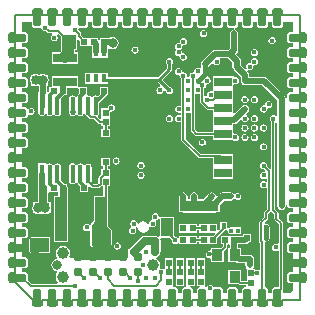
<source format=gtl>
G04 Layer_Physical_Order=1*
G04 Layer_Color=255*
%FSLAX43Y43*%
%MOMM*%
G71*
G01*
G75*
%ADD10R,2.000X0.800*%
%ADD11R,1.000X3.700*%
%ADD12R,0.400X1.550*%
%ADD13O,0.400X1.550*%
%ADD14R,4.100X3.300*%
%ADD15R,1.000X1.600*%
%ADD16R,0.500X0.500*%
%ADD17R,0.500X0.500*%
%ADD18R,0.400X0.500*%
%ADD19R,0.400X0.400*%
%ADD20R,1.250X1.200*%
%ADD21R,1.200X1.250*%
%ADD22R,1.300X0.750*%
%ADD23R,1.600X0.800*%
%ADD24R,0.450X0.750*%
%ADD25R,2.000X1.450*%
%ADD26R,1.500X0.800*%
%ADD27C,0.787*%
%ADD28R,0.900X1.000*%
%ADD29C,0.400*%
%ADD30C,0.700*%
%ADD31C,0.500*%
%ADD32C,1.000*%
%ADD33C,0.150*%
%ADD34C,0.250*%
%ADD35C,0.200*%
%ADD36C,0.300*%
%ADD37C,0.600*%
%ADD38C,0.350*%
G04:AMPARAMS|DCode=39|XSize=0.7mm|YSize=1.6mm|CornerRadius=0.175mm|HoleSize=0mm|Usage=FLASHONLY|Rotation=90.000|XOffset=0mm|YOffset=0mm|HoleType=Round|Shape=RoundedRectangle|*
%AMROUNDEDRECTD39*
21,1,0.700,1.250,0,0,90.0*
21,1,0.350,1.600,0,0,90.0*
1,1,0.350,0.625,0.175*
1,1,0.350,0.625,-0.175*
1,1,0.350,-0.625,-0.175*
1,1,0.350,-0.625,0.175*
%
%ADD39ROUNDEDRECTD39*%
%ADD40R,1.600X0.700*%
G04:AMPARAMS|DCode=41|XSize=0.7mm|YSize=1.6mm|CornerRadius=0.175mm|HoleSize=0mm|Usage=FLASHONLY|Rotation=0.000|XOffset=0mm|YOffset=0mm|HoleType=Round|Shape=RoundedRectangle|*
%AMROUNDEDRECTD41*
21,1,0.700,1.250,0,0,0.0*
21,1,0.350,1.600,0,0,0.0*
1,1,0.350,0.175,-0.625*
1,1,0.350,-0.175,-0.625*
1,1,0.350,-0.175,0.625*
1,1,0.350,0.175,0.625*
%
%ADD41ROUNDEDRECTD41*%
%ADD42C,0.991*%
%ADD43C,0.400*%
%ADD44C,0.800*%
%ADD45C,0.500*%
G36*
X9722Y-4599D02*
X9897Y-4774D01*
Y-5175D01*
X9910Y-5243D01*
X9949Y-5301D01*
X10247Y-5599D01*
Y-7251D01*
X10120Y-7319D01*
X10117Y-7317D01*
X10000Y-7294D01*
X9883Y-7317D01*
X9784Y-7384D01*
X9717Y-7483D01*
X9694Y-7600D01*
X9717Y-7717D01*
X9784Y-7816D01*
X9883Y-7883D01*
X10000Y-7906D01*
X10117Y-7883D01*
X10120Y-7881D01*
X10247Y-7949D01*
Y-10975D01*
X9985D01*
X9878Y-10996D01*
X9787Y-11057D01*
X9726Y-11148D01*
X9705Y-11255D01*
Y-11430D01*
X9345D01*
Y-11255D01*
X9324Y-11148D01*
X9263Y-11057D01*
X9172Y-10996D01*
X9068Y-10975D01*
Y-7209D01*
X9096Y-7168D01*
X9180Y-7102D01*
X9200Y-7106D01*
X9317Y-7083D01*
X9416Y-7016D01*
X9483Y-6917D01*
X9506Y-6800D01*
Y-5900D01*
X9483Y-5783D01*
X9416Y-5684D01*
X9317Y-5617D01*
X9200Y-5594D01*
X9122Y-5610D01*
X9060Y-5493D01*
X9301Y-5251D01*
X9340Y-5193D01*
X9353Y-5125D01*
Y-4799D01*
X9553Y-4599D01*
X9638Y-4566D01*
X9722Y-4599D01*
D02*
G37*
G36*
X5350Y-6682D02*
Y-7350D01*
X5522D01*
Y-7526D01*
X5398Y-7650D01*
X4500D01*
Y-7814D01*
X4402Y-7894D01*
X4400Y-7894D01*
X4283Y-7917D01*
X4184Y-7984D01*
X4117Y-8083D01*
X4094Y-8200D01*
X4117Y-8317D01*
X4184Y-8416D01*
X4283Y-8483D01*
X4400Y-8506D01*
X4402Y-8506D01*
X4500Y-8586D01*
Y-8850D01*
X5600D01*
Y-7952D01*
X5826Y-7726D01*
X5865Y-7668D01*
X5878Y-7600D01*
Y-7440D01*
X5968Y-7350D01*
X6050Y-7350D01*
X6143Y-7432D01*
Y-7650D01*
X6000D01*
Y-8850D01*
X6645D01*
X6648Y-8852D01*
X6710Y-8894D01*
X6763Y-8930D01*
X6763Y-8930D01*
X6763Y-8930D01*
X6835Y-8944D01*
X6900Y-8957D01*
X7443D01*
Y-9100D01*
X7443Y-9100D01*
X7470Y-9237D01*
X7533Y-9330D01*
X7550Y-9450D01*
X7550Y-9450D01*
X7550Y-9450D01*
Y-10123D01*
X7550Y-10150D01*
Y-10250D01*
X7550Y-10277D01*
Y-10422D01*
X7100D01*
Y-9550D01*
X6000D01*
Y-10750D01*
X6910D01*
X6932Y-10765D01*
X7000Y-10778D01*
X7460D01*
X7490Y-10808D01*
X7470Y-10962D01*
X7446Y-10974D01*
X7434Y-10977D01*
X7338Y-10996D01*
X7247Y-11057D01*
X7186Y-11148D01*
X7165Y-11255D01*
Y-11430D01*
X6805D01*
Y-11255D01*
X6784Y-11148D01*
X6723Y-11057D01*
X6632Y-10996D01*
X6525Y-10975D01*
X6175D01*
X6068Y-10996D01*
X5977Y-11057D01*
X5916Y-11148D01*
X5895Y-11255D01*
Y-11430D01*
X5535D01*
Y-11255D01*
X5514Y-11148D01*
X5453Y-11057D01*
X5362Y-10996D01*
X5255Y-10975D01*
X4905D01*
X4798Y-10996D01*
X4700Y-10909D01*
X4666Y-10859D01*
X4567Y-10792D01*
X4450Y-10769D01*
X4333Y-10792D01*
X4234Y-10859D01*
X4197Y-10913D01*
X4112Y-10981D01*
X4070Y-10969D01*
X4050Y-10850D01*
X4050D01*
Y-10177D01*
X4050Y-10150D01*
Y-10050D01*
X4050Y-10023D01*
Y-9350D01*
X4050D01*
Y-9250D01*
X4050D01*
Y-8550D01*
X3350D01*
Y-9250D01*
X3350D01*
Y-9350D01*
X3350D01*
Y-10023D01*
X3350Y-10050D01*
Y-10150D01*
X3350Y-10177D01*
Y-10850D01*
X3629D01*
X3635Y-10975D01*
X3528Y-10996D01*
X3437Y-11057D01*
X3376Y-11148D01*
X3355Y-11255D01*
Y-11430D01*
X2995D01*
Y-11255D01*
X2974Y-11148D01*
X2913Y-11057D01*
X2822Y-10996D01*
X2715Y-10975D01*
X2721Y-10850D01*
X3150D01*
Y-10177D01*
X3150Y-10150D01*
Y-10050D01*
X3150Y-10023D01*
Y-9350D01*
X3150D01*
Y-9250D01*
X3150D01*
Y-8550D01*
X2450D01*
Y-9250D01*
X2450D01*
Y-9350D01*
X2450D01*
Y-10023D01*
X2450Y-10050D01*
Y-10150D01*
X2450Y-10177D01*
Y-10848D01*
X2450Y-10850D01*
X2444Y-10975D01*
X2365D01*
X2258Y-10996D01*
X2167Y-11057D01*
X2106Y-11148D01*
X2085Y-11255D01*
Y-11430D01*
X1725D01*
Y-11255D01*
X1704Y-11148D01*
X1643Y-11057D01*
X1552Y-10996D01*
X1445Y-10975D01*
X1356D01*
X1350Y-10850D01*
X1350Y-10848D01*
Y-10177D01*
X1350Y-10150D01*
Y-10050D01*
X1350Y-10023D01*
Y-9350D01*
X1350D01*
Y-9250D01*
X1350D01*
Y-8550D01*
X650D01*
Y-9250D01*
X650D01*
Y-9350D01*
X629Y-9427D01*
X582Y-9451D01*
X503Y-9475D01*
X417Y-9417D01*
X300Y-9394D01*
X277Y-9399D01*
X253Y-9383D01*
X180Y-9289D01*
X217Y-9100D01*
X171Y-8868D01*
X39Y-8671D01*
X-111Y-8571D01*
X-84Y-8436D01*
X-24Y-8424D01*
X124Y-8324D01*
X224Y-8176D01*
X259Y-8000D01*
Y-7100D01*
X224Y-6924D01*
X293Y-6800D01*
X1048D01*
X1203Y-6955D01*
X1194Y-7000D01*
X1217Y-7117D01*
X1284Y-7216D01*
X1383Y-7283D01*
X1500Y-7306D01*
X1617Y-7283D01*
X1716Y-7216D01*
X1723Y-7206D01*
X1850Y-7245D01*
Y-7350D01*
X2523D01*
X2550Y-7350D01*
X2650D01*
X2677Y-7350D01*
X3350D01*
Y-7178D01*
X3550D01*
Y-7350D01*
X4223D01*
X4250Y-7350D01*
X4350D01*
X4377Y-7350D01*
X5050D01*
Y-6802D01*
X5238Y-6615D01*
X5350Y-6682D01*
D02*
G37*
G36*
X3578Y5369D02*
X3622Y5335D01*
Y4700D01*
X3635Y4632D01*
X3674Y4574D01*
X4169Y4079D01*
X4227Y4040D01*
X4295Y4027D01*
X4700D01*
Y3732D01*
X4700Y3705D01*
Y3605D01*
X4700Y3578D01*
Y2632D01*
X4700Y2605D01*
Y2505D01*
X4700Y2478D01*
Y2183D01*
X3369D01*
X3178Y2374D01*
Y5335D01*
X3222Y5369D01*
X3305Y5413D01*
X3400Y5394D01*
X3495Y5413D01*
X3578Y5369D01*
D02*
G37*
G36*
X11500Y10615D02*
X11255D01*
X11148Y10594D01*
X11057Y10533D01*
X10996Y10442D01*
X10975Y10335D01*
Y9985D01*
X10996Y9878D01*
X11057Y9787D01*
X11148Y9726D01*
X11255Y9705D01*
X11500D01*
Y9345D01*
X11255D01*
X11148Y9324D01*
X11057Y9263D01*
X10996Y9172D01*
X10975Y9065D01*
Y8715D01*
X10996Y8608D01*
X11057Y8517D01*
X11148Y8456D01*
X11255Y8435D01*
X11500D01*
Y8075D01*
X11255D01*
X11148Y8054D01*
X11057Y7993D01*
X10996Y7902D01*
X10975Y7795D01*
Y7445D01*
X10996Y7338D01*
X11057Y7247D01*
X11148Y7186D01*
X11255Y7165D01*
X11500D01*
Y6805D01*
X11255D01*
X11148Y6784D01*
X11057Y6723D01*
X10996Y6632D01*
X10975Y6525D01*
Y6175D01*
X10996Y6068D01*
X11057Y5977D01*
X11148Y5916D01*
X11255Y5895D01*
X11500D01*
Y5535D01*
X11255D01*
X11148Y5514D01*
X11057Y5453D01*
X10996Y5362D01*
X10975Y5255D01*
Y5059D01*
X10848Y5047D01*
X10830Y5137D01*
X10752Y5252D01*
X9252Y6752D01*
X9137Y6830D01*
X9000Y6857D01*
X7757D01*
Y7000D01*
X7730Y7137D01*
X7652Y7252D01*
X7554Y7351D01*
X7635Y7450D01*
X7637Y7448D01*
X7683Y7417D01*
X7800Y7394D01*
X7917Y7417D01*
X8016Y7484D01*
X8083Y7583D01*
X8106Y7700D01*
X8200Y7794D01*
X8317Y7817D01*
X8416Y7884D01*
X8483Y7983D01*
X8506Y8100D01*
X8483Y8217D01*
X8416Y8316D01*
X8317Y8383D01*
X8200Y8406D01*
X8083Y8383D01*
X7984Y8316D01*
X7917Y8217D01*
X7894Y8100D01*
X7800Y8006D01*
X7683Y7983D01*
X7584Y7916D01*
X7517Y7817D01*
X7494Y7700D01*
X7517Y7583D01*
X7548Y7537D01*
X7550Y7535D01*
X7519Y7509D01*
X7451Y7454D01*
X7057Y7848D01*
Y8200D01*
X7030Y8337D01*
X6952Y8452D01*
X6655Y8750D01*
X6752Y8848D01*
X6830Y8963D01*
X6857Y9100D01*
Y10500D01*
X6830Y10637D01*
X6752Y10752D01*
X6637Y10830D01*
X6532Y10851D01*
X6525Y10975D01*
X6632Y10996D01*
X6723Y11057D01*
X6784Y11148D01*
X6805Y11255D01*
Y11500D01*
X7165D01*
Y11255D01*
X7186Y11148D01*
X7247Y11057D01*
X7338Y10996D01*
X7445Y10975D01*
X7795D01*
X7902Y10996D01*
X7993Y11057D01*
X8054Y11148D01*
X8075Y11255D01*
Y11500D01*
X8435D01*
Y11255D01*
X8456Y11148D01*
X8517Y11057D01*
X8608Y10996D01*
X8715Y10975D01*
X9065D01*
X9172Y10996D01*
X9263Y11057D01*
X9324Y11148D01*
X9345Y11255D01*
Y11500D01*
X9705D01*
Y11255D01*
X9726Y11148D01*
X9787Y11057D01*
X9878Y10996D01*
X9985Y10975D01*
X10335D01*
X10442Y10996D01*
X10533Y11057D01*
X10594Y11148D01*
X10615Y11255D01*
Y11500D01*
X11500D01*
Y10615D01*
D02*
G37*
G36*
X5895Y11255D02*
X5916Y11148D01*
X5977Y11057D01*
X6068Y10996D01*
X6175Y10975D01*
X6441D01*
X6454Y10848D01*
X6363Y10830D01*
X6248Y10752D01*
X6170Y10637D01*
X6143Y10500D01*
Y9248D01*
X6002Y9107D01*
X4850D01*
X4713Y9080D01*
X4598Y9002D01*
X3748Y8152D01*
X3670Y8037D01*
X3643Y7900D01*
X3670Y7763D01*
X3694Y7729D01*
X3684Y7606D01*
X3567Y7549D01*
X3517Y7583D01*
X3400Y7606D01*
X3283Y7583D01*
X3184Y7516D01*
X3117Y7417D01*
X3094Y7300D01*
X3000Y7206D01*
X2883Y7183D01*
X2784Y7116D01*
X2717Y7017D01*
X2694Y6900D01*
X2600Y6806D01*
X2506Y6900D01*
X2483Y7017D01*
X2416Y7116D01*
X2317Y7183D01*
X2200Y7206D01*
X2106Y7300D01*
X2083Y7417D01*
X2016Y7516D01*
X1917Y7583D01*
X1800Y7606D01*
X1683Y7583D01*
X1584Y7516D01*
X1517Y7417D01*
X1494Y7300D01*
X1517Y7183D01*
X1584Y7084D01*
X1683Y7017D01*
X1800Y6994D01*
X1894Y6900D01*
X1917Y6783D01*
X1984Y6684D01*
X2022Y6658D01*
Y4466D01*
X1978Y4431D01*
X1895Y4387D01*
X1800Y4406D01*
X1683Y4383D01*
X1584Y4316D01*
X1517Y4217D01*
X1494Y4100D01*
X1517Y3983D01*
X1584Y3884D01*
X1683Y3817D01*
X1800Y3794D01*
X1879Y3810D01*
X1978Y3728D01*
Y3672D01*
X1879Y3590D01*
X1800Y3606D01*
X1683Y3583D01*
X1584Y3516D01*
X1517Y3417D01*
X1494Y3300D01*
X1517Y3183D01*
X1584Y3084D01*
X1683Y3017D01*
X1800Y2994D01*
X1895Y3013D01*
X1978Y2969D01*
X2022Y2935D01*
Y1500D01*
X2035Y1432D01*
X2074Y1374D01*
X3474Y-26D01*
X3532Y-65D01*
X3600Y-78D01*
X4700D01*
Y-668D01*
X4700Y-695D01*
Y-795D01*
X4700Y-822D01*
Y-1795D01*
X6400D01*
Y-822D01*
X6400Y-795D01*
Y-695D01*
X6400Y-668D01*
Y305D01*
X4700D01*
Y278D01*
X3674D01*
X2378Y1574D01*
Y3735D01*
X2422Y3769D01*
X2505Y3813D01*
X2600Y3794D01*
X2695Y3813D01*
X2778Y3769D01*
X2822Y3735D01*
Y2300D01*
X2835Y2232D01*
X2874Y2174D01*
X3169Y1879D01*
X3227Y1840D01*
X3295Y1827D01*
X4700D01*
Y1505D01*
X6370D01*
X6384Y1484D01*
X6483Y1417D01*
X6600Y1394D01*
X6717Y1417D01*
X6816Y1484D01*
X6883Y1583D01*
X6906Y1700D01*
X6883Y1817D01*
X6816Y1916D01*
X6717Y1983D01*
X6600Y2006D01*
X6527Y1991D01*
X6400Y2068D01*
Y2478D01*
X6400Y2505D01*
Y2605D01*
X6400Y2632D01*
Y2843D01*
X6500D01*
X6637Y2870D01*
X6752Y2948D01*
X6996Y3191D01*
X7137Y3153D01*
X7184Y3084D01*
X7283Y3017D01*
X7400Y2994D01*
X7517Y3017D01*
X7616Y3084D01*
X7683Y3183D01*
X7706Y3300D01*
X7683Y3417D01*
X7616Y3516D01*
X7547Y3563D01*
X7509Y3704D01*
X7652Y3848D01*
X7730Y3963D01*
X7757Y4100D01*
X7730Y4237D01*
X7652Y4352D01*
X7537Y4430D01*
X7400Y4457D01*
X7263Y4430D01*
X7148Y4352D01*
X6527Y3732D01*
X6400Y3784D01*
Y4705D01*
X6400D01*
Y4805D01*
X6400D01*
Y5778D01*
X6400Y5805D01*
Y5905D01*
X6400Y5932D01*
Y6132D01*
X6527Y6209D01*
X6600Y6194D01*
X6717Y6217D01*
X6816Y6284D01*
X6883Y6383D01*
X6906Y6500D01*
X6883Y6617D01*
X6816Y6716D01*
X6717Y6783D01*
X6600Y6806D01*
X6527Y6791D01*
X6400Y6868D01*
Y6905D01*
X4700D01*
Y5932D01*
X4700Y5905D01*
Y5805D01*
X4700Y5778D01*
Y5668D01*
X4573Y5591D01*
X4500Y5606D01*
X4383Y5583D01*
X4284Y5516D01*
X4217Y5417D01*
X4194Y5300D01*
X4096Y5192D01*
X4022Y5231D01*
X3978Y5266D01*
Y5858D01*
X4016Y5884D01*
X4083Y5983D01*
X4106Y6100D01*
X4200Y6194D01*
X4317Y6217D01*
X4416Y6284D01*
X4483Y6383D01*
X4506Y6500D01*
X4483Y6617D01*
X4416Y6716D01*
X4317Y6783D01*
X4298Y6786D01*
X4280Y6809D01*
X4245Y6926D01*
X4283Y6983D01*
X4306Y7100D01*
Y7701D01*
X4596Y7991D01*
X4737Y7953D01*
X4784Y7884D01*
X4883Y7817D01*
X5000Y7794D01*
X5117Y7817D01*
X5216Y7884D01*
X5283Y7983D01*
X5306Y8100D01*
X5283Y8217D01*
X5250Y8266D01*
X5312Y8393D01*
X6002D01*
X6343Y8052D01*
Y7700D01*
X6370Y7563D01*
X6448Y7448D01*
X7043Y6852D01*
Y6500D01*
X7070Y6363D01*
X7148Y6248D01*
X7263Y6170D01*
X7400Y6143D01*
X8852D01*
X10143Y4852D01*
Y3555D01*
X10016Y3516D01*
X9917Y3583D01*
X9800Y3606D01*
X9683Y3583D01*
X9584Y3516D01*
X9517Y3417D01*
X9494Y3300D01*
X9517Y3183D01*
X9584Y3084D01*
X9622Y3058D01*
Y-890D01*
X9495Y-942D01*
X9297Y-745D01*
X9306Y-700D01*
X9283Y-583D01*
X9216Y-484D01*
X9117Y-417D01*
X9000Y-394D01*
X8883Y-417D01*
X8784Y-484D01*
X8717Y-583D01*
X8694Y-700D01*
X8717Y-817D01*
X8784Y-916D01*
X8883Y-983D01*
X9000Y-1006D01*
X9045Y-997D01*
X9140Y-1093D01*
X9078Y-1210D01*
X9000Y-1194D01*
X8883Y-1217D01*
X8784Y-1284D01*
X8717Y-1383D01*
X8694Y-1500D01*
X8717Y-1617D01*
X8784Y-1716D01*
X8883Y-1783D01*
X9000Y-1806D01*
X9117Y-1783D01*
X9170Y-1748D01*
X9297Y-1807D01*
Y-1993D01*
X9170Y-2053D01*
X9117Y-2017D01*
X9000Y-1994D01*
X8883Y-2017D01*
X8784Y-2084D01*
X8717Y-2183D01*
X8694Y-2300D01*
X8717Y-2417D01*
X8784Y-2516D01*
X8883Y-2583D01*
X9000Y-2606D01*
X9117Y-2583D01*
X9170Y-2548D01*
X9297Y-2607D01*
Y-4351D01*
X9049Y-4599D01*
X9010Y-4657D01*
X8997Y-4725D01*
Y-5051D01*
X8674Y-5374D01*
X8635Y-5432D01*
X8622Y-5500D01*
Y-7100D01*
X8635Y-7168D01*
X8674Y-7226D01*
X8712Y-7264D01*
Y-9506D01*
X8691Y-9523D01*
X8585Y-9563D01*
X8517Y-9517D01*
X8400Y-9494D01*
X8377Y-9499D01*
X8250Y-9450D01*
Y-9450D01*
X8128D01*
X8108Y-9424D01*
X8072Y-9323D01*
X8130Y-9237D01*
X8157Y-9100D01*
Y-8600D01*
X8130Y-8463D01*
X8052Y-8348D01*
X7937Y-8270D01*
X7800Y-8243D01*
X7100D01*
Y-7650D01*
X6857D01*
Y-7357D01*
X7400D01*
X7537Y-7330D01*
X7652Y-7252D01*
X7755Y-7150D01*
X7950D01*
Y-6834D01*
X7957Y-6800D01*
X7950Y-6766D01*
Y-6450D01*
X7634D01*
X7600Y-6443D01*
X7565Y-6450D01*
X7250D01*
Y-6643D01*
X6500D01*
X6466Y-6650D01*
X6177D01*
X6150Y-6650D01*
X6050D01*
X6023Y-6650D01*
X5382D01*
X5315Y-6538D01*
X5702Y-6150D01*
X5819D01*
X5936Y-6199D01*
X5952Y-6266D01*
X5962Y-6317D01*
X6028Y-6416D01*
X6128Y-6483D01*
X6245Y-6506D01*
X6348Y-6485D01*
X6475Y-6500D01*
Y-6500D01*
X6745D01*
X6775Y-6506D01*
X6805Y-6500D01*
X7075D01*
Y-6230D01*
X7081Y-6200D01*
X7075Y-6170D01*
Y-5900D01*
X6805D01*
X6775Y-5894D01*
X6745Y-5900D01*
X6475D01*
X6475Y-5900D01*
X6348Y-5915D01*
X6245Y-5894D01*
X6128Y-5917D01*
X6052Y-5968D01*
X5966Y-5940D01*
X5925Y-5912D01*
Y-5450D01*
X5325D01*
Y-6023D01*
X5167Y-6180D01*
X5050Y-6132D01*
Y-5650D01*
X4377D01*
X4350Y-5650D01*
X4250D01*
X4223Y-5650D01*
X3550D01*
Y-5822D01*
X3350D01*
Y-5650D01*
X2677D01*
X2650Y-5650D01*
X2550D01*
X2523Y-5650D01*
X1850D01*
Y-6350D01*
X2523D01*
X2550Y-6350D01*
X2650D01*
X2677Y-6350D01*
X3350D01*
Y-6178D01*
X3550D01*
Y-6350D01*
X4223D01*
X4250Y-6350D01*
X4350D01*
X4377Y-6350D01*
X4832D01*
X4880Y-6467D01*
X4698Y-6650D01*
X4377D01*
X4350Y-6650D01*
X4250D01*
X4223Y-6650D01*
X3550D01*
Y-6822D01*
X3350D01*
Y-6650D01*
X2677D01*
X2650Y-6650D01*
X2550D01*
X2523Y-6650D01*
X1850D01*
Y-6755D01*
X1723Y-6794D01*
X1716Y-6784D01*
X1617Y-6717D01*
X1500Y-6694D01*
X1400Y-6599D01*
Y-5000D01*
X226D01*
X200Y-5000D01*
X95Y-4946D01*
X83Y-4883D01*
X16Y-4784D01*
X-83Y-4717D01*
X-200Y-4694D01*
X-317Y-4717D01*
X-416Y-4784D01*
X-483Y-4883D01*
X-506Y-5000D01*
X-483Y-5117D01*
X-445Y-5174D01*
X-482Y-5299D01*
X-493Y-5313D01*
X-517Y-5317D01*
X-616Y-5384D01*
X-683Y-5483D01*
X-699Y-5566D01*
X-812Y-5604D01*
X-826Y-5604D01*
X-858Y-5558D01*
X-1015Y-5453D01*
X-1200Y-5416D01*
X-1385Y-5453D01*
X-1542Y-5558D01*
X-1574Y-5604D01*
X-1588Y-5604D01*
X-1701Y-5566D01*
X-1717Y-5483D01*
X-1784Y-5384D01*
X-1883Y-5317D01*
X-2000Y-5294D01*
X-2117Y-5317D01*
X-2216Y-5384D01*
X-2283Y-5483D01*
X-2306Y-5600D01*
X-2283Y-5717D01*
X-2233Y-5791D01*
X-2226Y-5848D01*
X-2255Y-5943D01*
X-2316Y-5984D01*
X-2383Y-6083D01*
X-2406Y-6200D01*
X-2383Y-6317D01*
X-2316Y-6416D01*
X-2217Y-6483D01*
X-2100Y-6506D01*
X-1983Y-6483D01*
X-1884Y-6416D01*
X-1817Y-6317D01*
X-1794Y-6200D01*
X-1817Y-6083D01*
X-1846Y-6040D01*
X-1822Y-5898D01*
X-1806Y-5888D01*
X-1789Y-5890D01*
X-1721Y-5917D01*
X-1672Y-5962D01*
X-1647Y-6085D01*
X-1542Y-6242D01*
X-1385Y-6347D01*
X-1200Y-6384D01*
X-1015Y-6347D01*
X-858Y-6242D01*
X-753Y-6085D01*
X-716Y-5900D01*
X-718Y-5890D01*
X-660Y-5848D01*
X-601Y-5827D01*
X-517Y-5883D01*
X-400Y-5906D01*
X-283Y-5883D01*
X-184Y-5816D01*
X-117Y-5717D01*
X-94Y-5600D01*
X-117Y-5483D01*
X-155Y-5426D01*
X-118Y-5301D01*
X-107Y-5287D01*
X-83Y-5283D01*
X16Y-5216D01*
X176Y-5206D01*
X200Y-5226D01*
Y-6677D01*
X73Y-6741D01*
X-24Y-6676D01*
X-200Y-6641D01*
X-1100D01*
X-1276Y-6676D01*
X-1424Y-6776D01*
X-2324Y-7676D01*
X-2374Y-7750D01*
X-2500D01*
Y-8500D01*
X-7419D01*
X-7487Y-8373D01*
X-7449Y-8316D01*
X-7403Y-8084D01*
X-7449Y-7852D01*
X-7581Y-7655D01*
X-7778Y-7523D01*
X-8010Y-7477D01*
X-8242Y-7523D01*
X-8439Y-7655D01*
X-8571Y-7852D01*
X-8617Y-8084D01*
X-8571Y-8316D01*
X-8471Y-8467D01*
X-8481Y-8511D01*
X-8527Y-8596D01*
X-8695Y-8629D01*
X-8861Y-8740D01*
X-8971Y-8905D01*
X-9010Y-9100D01*
X-8971Y-9295D01*
X-8861Y-9460D01*
X-8695Y-9571D01*
X-8527Y-9604D01*
X-8481Y-9689D01*
X-8471Y-9733D01*
X-8571Y-9884D01*
X-8617Y-10116D01*
X-8571Y-10348D01*
X-8439Y-10545D01*
X-8432Y-10550D01*
X-8469Y-10672D01*
X-10666D01*
X-10979Y-10358D01*
X-10975Y-10335D01*
Y-9985D01*
X-10996Y-9878D01*
X-11057Y-9787D01*
X-11148Y-9726D01*
X-11255Y-9705D01*
X-11500D01*
Y-9345D01*
X-11255D01*
X-11148Y-9324D01*
X-11057Y-9263D01*
X-10996Y-9172D01*
X-10975Y-9065D01*
Y-8715D01*
X-10996Y-8608D01*
X-11057Y-8517D01*
X-11148Y-8456D01*
X-11255Y-8435D01*
X-11500D01*
Y-6805D01*
X-11255D01*
X-11148Y-6784D01*
X-11057Y-6723D01*
X-10996Y-6632D01*
X-10975Y-6525D01*
Y-6175D01*
X-10996Y-6068D01*
X-11057Y-5977D01*
X-11148Y-5916D01*
X-11255Y-5895D01*
X-11500D01*
Y-5535D01*
X-11255D01*
X-11148Y-5514D01*
X-11057Y-5453D01*
X-10996Y-5362D01*
X-10975Y-5255D01*
Y-4905D01*
X-10996Y-4798D01*
X-11057Y-4707D01*
X-11148Y-4646D01*
X-11255Y-4625D01*
X-11500D01*
Y-4265D01*
X-11255D01*
X-11148Y-4244D01*
X-11057Y-4183D01*
X-10996Y-4092D01*
X-10975Y-3985D01*
Y-3635D01*
X-10996Y-3528D01*
X-11057Y-3437D01*
X-11148Y-3376D01*
X-11255Y-3355D01*
X-11500D01*
Y-2995D01*
X-11255D01*
X-11148Y-2974D01*
X-11057Y-2913D01*
X-10996Y-2822D01*
X-10975Y-2715D01*
Y-2365D01*
X-10996Y-2258D01*
X-11057Y-2167D01*
X-11148Y-2106D01*
X-11255Y-2085D01*
X-11500D01*
Y-1725D01*
X-11255D01*
X-11148Y-1704D01*
X-11057Y-1643D01*
X-10996Y-1552D01*
X-10975Y-1445D01*
Y-1095D01*
X-10996Y-988D01*
X-11057Y-897D01*
X-11148Y-836D01*
X-11255Y-815D01*
X-11500D01*
Y815D01*
X-11255D01*
X-11148Y836D01*
X-11057Y897D01*
X-10996Y988D01*
X-10975Y1095D01*
Y1445D01*
X-10996Y1552D01*
X-11057Y1643D01*
X-11148Y1704D01*
X-11255Y1725D01*
X-11500D01*
Y2085D01*
X-11255D01*
X-11148Y2106D01*
X-11057Y2167D01*
X-10996Y2258D01*
X-10975Y2365D01*
Y2715D01*
X-10996Y2822D01*
X-11057Y2913D01*
X-11148Y2974D01*
X-11255Y2995D01*
X-11500D01*
Y3355D01*
X-11255D01*
X-11148Y3376D01*
X-11057Y3437D01*
X-10996Y3528D01*
X-10986Y3578D01*
X-10870Y3637D01*
X-10848Y3638D01*
X-10817Y3617D01*
X-10700Y3594D01*
X-10583Y3617D01*
X-10484Y3684D01*
X-10417Y3783D01*
X-10394Y3900D01*
X-10417Y4017D01*
X-10484Y4116D01*
X-10583Y4183D01*
X-10700Y4206D01*
X-10817Y4183D01*
X-10885Y4137D01*
X-10927Y4120D01*
X-11041Y4159D01*
X-11057Y4183D01*
X-11148Y4244D01*
X-11255Y4265D01*
X-11500D01*
Y4625D01*
X-11255D01*
X-11148Y4646D01*
X-11057Y4707D01*
X-10996Y4798D01*
X-10975Y4905D01*
Y5255D01*
X-10996Y5362D01*
X-11057Y5453D01*
X-11148Y5514D01*
X-11255Y5535D01*
X-11500D01*
Y5895D01*
X-11255D01*
X-11148Y5916D01*
X-11057Y5977D01*
X-10996Y6068D01*
X-10975Y6175D01*
Y6525D01*
X-10996Y6632D01*
X-11057Y6723D01*
X-11148Y6784D01*
X-11255Y6805D01*
X-11500D01*
Y7165D01*
X-11255D01*
X-11148Y7186D01*
X-11057Y7247D01*
X-10996Y7338D01*
X-10975Y7445D01*
Y7795D01*
X-10996Y7902D01*
X-11057Y7993D01*
X-11148Y8054D01*
X-11255Y8075D01*
X-11500D01*
Y8435D01*
X-11255D01*
X-11148Y8456D01*
X-11057Y8517D01*
X-10996Y8608D01*
X-10975Y8715D01*
Y9065D01*
X-10996Y9172D01*
X-11057Y9263D01*
X-11148Y9324D01*
X-11255Y9345D01*
X-11500D01*
Y9705D01*
X-11255D01*
X-11148Y9726D01*
X-11057Y9787D01*
X-10996Y9878D01*
X-10975Y9985D01*
Y10335D01*
X-10996Y10442D01*
X-11057Y10533D01*
X-11148Y10594D01*
X-11255Y10615D01*
X-11500D01*
Y11500D01*
X-10615D01*
Y11255D01*
X-10594Y11148D01*
X-10533Y11057D01*
X-10442Y10996D01*
X-10335Y10975D01*
X-9985D01*
X-9947Y10982D01*
X-9876Y10993D01*
X-9809Y10890D01*
X-9808Y10883D01*
X-9741Y10784D01*
X-9642Y10717D01*
X-9525Y10694D01*
X-9480Y10703D01*
X-9351Y10574D01*
X-9314Y10549D01*
X-9293Y10535D01*
X-9293Y10535D01*
X-9293Y10535D01*
X-9262Y10529D01*
X-9225Y10522D01*
X-8962D01*
X-8924Y10395D01*
X-8966Y10366D01*
X-9033Y10267D01*
X-9056Y10150D01*
X-9033Y10033D01*
X-8966Y9934D01*
X-8867Y9867D01*
X-8750Y9844D01*
X-8633Y9867D01*
X-8534Y9934D01*
X-8467Y10033D01*
X-8444Y10150D01*
X-8467Y10267D01*
X-8501Y10318D01*
X-8463Y10451D01*
X-8455Y10460D01*
X-8421Y10469D01*
X-8200Y10248D01*
Y9759D01*
X-8212Y9700D01*
Y8953D01*
X-8233Y8933D01*
X-8254Y8900D01*
X-8900D01*
Y7900D01*
X-7859D01*
X-7800Y7888D01*
X-7741Y7900D01*
X-6700D01*
Y8900D01*
X-6988D01*
Y9075D01*
X-6800D01*
Y9932D01*
X-6673Y9985D01*
X-6550Y9862D01*
Y9450D01*
X-5877D01*
X-5850Y9450D01*
X-5750D01*
X-5723Y9450D01*
X-5557D01*
Y8900D01*
X-5530Y8763D01*
X-5525Y8756D01*
Y8425D01*
X-4225D01*
Y8756D01*
X-4220Y8763D01*
X-4193Y8900D01*
Y9209D01*
X-4066Y9276D01*
X-3995Y9229D01*
X-3800Y9190D01*
X-3605Y9229D01*
X-3440Y9340D01*
X-3329Y9505D01*
X-3290Y9700D01*
X-3329Y9895D01*
X-3440Y10060D01*
X-3605Y10171D01*
X-3800Y10210D01*
X-3995Y10171D01*
X-4016Y10157D01*
X-4500D01*
X-4535Y10150D01*
X-4850D01*
Y9989D01*
X-4977Y9940D01*
X-5050Y9998D01*
Y10150D01*
X-5366D01*
X-5400Y10157D01*
X-5434Y10150D01*
X-5723D01*
X-5750Y10150D01*
X-5850D01*
X-5877Y10150D01*
X-6262D01*
X-6446Y10334D01*
Y10458D01*
X-6446Y10458D01*
X-6457Y10511D01*
X-6462Y10536D01*
X-6462Y10536D01*
X-6462Y10536D01*
X-6484Y10569D01*
X-6506Y10602D01*
X-6506Y10602D01*
X-6506Y10602D01*
X-6696Y10792D01*
X-6694Y10800D01*
X-6714Y10897D01*
X-6666Y10955D01*
X-6615Y10993D01*
X-6525Y10975D01*
X-6175D01*
X-6068Y10996D01*
X-5977Y11057D01*
X-5916Y11148D01*
X-5895Y11255D01*
Y11500D01*
X-5535D01*
Y11255D01*
X-5514Y11148D01*
X-5453Y11057D01*
X-5362Y10996D01*
X-5255Y10975D01*
X-4905D01*
X-4798Y10996D01*
X-4707Y11057D01*
X-4646Y11148D01*
X-4625Y11255D01*
Y11500D01*
X-4265D01*
Y11255D01*
X-4244Y11148D01*
X-4183Y11057D01*
X-4092Y10996D01*
X-3985Y10975D01*
X-3635D01*
X-3528Y10996D01*
X-3437Y11057D01*
X-3376Y11148D01*
X-3355Y11255D01*
Y11500D01*
X-2995D01*
Y11255D01*
X-2974Y11148D01*
X-2913Y11057D01*
X-2822Y10996D01*
X-2715Y10975D01*
X-2365D01*
X-2258Y10996D01*
X-2167Y11057D01*
X-2106Y11148D01*
X-2085Y11255D01*
Y11500D01*
X-1725D01*
Y11255D01*
X-1704Y11148D01*
X-1643Y11057D01*
X-1552Y10996D01*
X-1445Y10975D01*
X-1095D01*
X-988Y10996D01*
X-897Y11057D01*
X-836Y11148D01*
X-815Y11255D01*
Y11500D01*
X-455D01*
Y11255D01*
X-434Y11148D01*
X-373Y11057D01*
X-282Y10996D01*
X-175Y10975D01*
X175D01*
X282Y10996D01*
X373Y11057D01*
X434Y11148D01*
X455Y11255D01*
Y11500D01*
X815D01*
Y11255D01*
X836Y11148D01*
X897Y11057D01*
X988Y10996D01*
X1095Y10975D01*
X1445D01*
X1552Y10996D01*
X1643Y11057D01*
X1704Y11148D01*
X1725Y11255D01*
Y11500D01*
X2085D01*
Y11255D01*
X2106Y11148D01*
X2167Y11057D01*
X2258Y10996D01*
X2365Y10975D01*
X2715D01*
X2822Y10996D01*
X2913Y11057D01*
X2974Y11148D01*
X2995Y11255D01*
Y11500D01*
X3355D01*
Y11255D01*
X3376Y11148D01*
X3437Y11057D01*
X3528Y10996D01*
X3635Y10975D01*
X3985D01*
X4092Y10996D01*
X4183Y11057D01*
X4244Y11148D01*
X4265Y11255D01*
Y11500D01*
X4625D01*
Y11255D01*
X4646Y11148D01*
X4707Y11057D01*
X4798Y10996D01*
X4905Y10975D01*
X5255D01*
X5362Y10996D01*
X5453Y11057D01*
X5514Y11148D01*
X5535Y11255D01*
Y11500D01*
X5895D01*
Y11255D01*
D02*
G37*
G36*
X10143Y2926D02*
Y-4100D01*
X10170Y-4237D01*
X10248Y-4352D01*
X10363Y-4430D01*
X10500Y-4457D01*
X10637Y-4430D01*
X10752Y-4352D01*
X10830Y-4237D01*
X10857Y-4100D01*
Y-4044D01*
X10984Y-4031D01*
X10996Y-4092D01*
X11057Y-4183D01*
X11148Y-4244D01*
X11255Y-4265D01*
X11500D01*
Y-4625D01*
X11255D01*
X11148Y-4646D01*
X11057Y-4707D01*
X10996Y-4798D01*
X10975Y-4905D01*
Y-5255D01*
X10996Y-5362D01*
X11057Y-5453D01*
X11148Y-5514D01*
X11255Y-5535D01*
X11500D01*
Y-5895D01*
X11255D01*
X11148Y-5916D01*
X11057Y-5977D01*
X10996Y-6068D01*
X10975Y-6175D01*
Y-6525D01*
X10996Y-6632D01*
X11057Y-6723D01*
X11148Y-6784D01*
X11255Y-6805D01*
X11500D01*
Y-7165D01*
X11255D01*
X11148Y-7186D01*
X11057Y-7247D01*
X10996Y-7338D01*
X10975Y-7445D01*
Y-7795D01*
X10996Y-7902D01*
X11057Y-7993D01*
X11148Y-8054D01*
X11255Y-8075D01*
X11500D01*
Y-9705D01*
X11255D01*
X11148Y-9726D01*
X11057Y-9787D01*
X10996Y-9878D01*
X10975Y-9985D01*
Y-10335D01*
X10996Y-10442D01*
X11057Y-10533D01*
X11148Y-10594D01*
X11255Y-10615D01*
X11500D01*
Y-11250D01*
X11320Y-11430D01*
X10615D01*
Y-11255D01*
X10600Y-11180D01*
X10603Y-11165D01*
Y-5525D01*
X10590Y-5457D01*
X10551Y-5399D01*
X10253Y-5101D01*
Y-4700D01*
X10240Y-4632D01*
X10201Y-4574D01*
X9978Y-4351D01*
Y2963D01*
X10016Y2991D01*
X10143Y2926D01*
D02*
G37*
%LPC*%
G36*
X-1400Y-394D02*
X-1517Y-417D01*
X-1616Y-484D01*
X-1683Y-583D01*
X-1706Y-700D01*
X-1683Y-817D01*
X-1616Y-916D01*
X-1517Y-983D01*
X-1400Y-1006D01*
X-1283Y-983D01*
X-1184Y-916D01*
X-1117Y-817D01*
X-1094Y-700D01*
X-1117Y-583D01*
X-1184Y-484D01*
X-1283Y-417D01*
X-1400Y-394D01*
D02*
G37*
G36*
X-8475Y-494D02*
X-8592Y-517D01*
X-8691Y-584D01*
X-8729Y-641D01*
X-8735Y-643D01*
X-8865D01*
X-8871Y-641D01*
X-8909Y-584D01*
X-9008Y-517D01*
X-9125Y-494D01*
X-9242Y-517D01*
X-9341Y-584D01*
X-9348Y-594D01*
X-9475Y-555D01*
Y-500D01*
X-10075D01*
Y-1194D01*
X-10105Y-1238D01*
X-10132Y-1375D01*
Y-2464D01*
X-10159Y-2600D01*
Y-3750D01*
X-10550D01*
Y-4073D01*
X-10571Y-4105D01*
X-10610Y-4300D01*
X-10571Y-4495D01*
X-10550Y-4527D01*
Y-4700D01*
X-10401D01*
X-10295Y-4771D01*
X-10100Y-4810D01*
X-9905Y-4771D01*
X-9800Y-4701D01*
X-9695Y-4771D01*
X-9500Y-4810D01*
X-9305Y-4771D01*
X-9199Y-4700D01*
X-9050D01*
Y-4526D01*
X-9029Y-4495D01*
X-8990Y-4300D01*
X-9029Y-4105D01*
X-9050Y-4074D01*
Y-3750D01*
X-9241D01*
Y-3036D01*
X-9150Y-2950D01*
X-8450D01*
X-8408Y-3060D01*
Y-3250D01*
X-8800D01*
Y-7150D01*
X-7600D01*
Y-5039D01*
X-7592Y-5000D01*
Y-2600D01*
X-7623Y-2444D01*
X-7650Y-2404D01*
Y-2250D01*
X-7804D01*
X-7844Y-2223D01*
X-7858Y-2220D01*
X-8169Y-1909D01*
Y-800D01*
X-8192Y-683D01*
X-8259Y-584D01*
X-8358Y-517D01*
X-8475Y-494D01*
D02*
G37*
G36*
X-3500Y6D02*
X-3617Y-17D01*
X-3716Y-84D01*
X-3783Y-183D01*
X-3806Y-300D01*
X-3783Y-417D01*
X-3716Y-516D01*
X-3617Y-583D01*
X-3500Y-606D01*
X-3383Y-583D01*
X-3284Y-516D01*
X-3217Y-417D01*
X-3194Y-300D01*
X-3217Y-183D01*
X-3284Y-84D01*
X-3383Y-17D01*
X-3500Y6D01*
D02*
G37*
G36*
X7400Y2006D02*
X7283Y1983D01*
X7184Y1916D01*
X7117Y1817D01*
X7094Y1700D01*
X7117Y1583D01*
X7184Y1484D01*
X7283Y1417D01*
X7400Y1394D01*
X7517Y1417D01*
X7616Y1484D01*
X7683Y1583D01*
X7706Y1700D01*
X7683Y1817D01*
X7616Y1916D01*
X7517Y1983D01*
X7400Y2006D01*
D02*
G37*
G36*
X3800Y1606D02*
X3683Y1583D01*
X3584Y1516D01*
X3517Y1417D01*
X3494Y1300D01*
X3517Y1183D01*
X3584Y1084D01*
X3683Y1017D01*
X3800Y994D01*
X3917Y1017D01*
X4016Y1084D01*
X4083Y1183D01*
X4106Y1300D01*
X4083Y1417D01*
X4016Y1516D01*
X3917Y1583D01*
X3800Y1606D01*
D02*
G37*
G36*
X9000Y1206D02*
X8883Y1183D01*
X8784Y1116D01*
X8717Y1017D01*
X8694Y900D01*
X8717Y783D01*
X8784Y684D01*
X8883Y617D01*
X9000Y594D01*
X9117Y617D01*
X9216Y684D01*
X9283Y783D01*
X9306Y900D01*
X9283Y1017D01*
X9216Y1116D01*
X9117Y1183D01*
X9000Y1206D01*
D02*
G37*
G36*
X-3400Y-7194D02*
X-3517Y-7217D01*
X-3616Y-7284D01*
X-3683Y-7383D01*
X-3706Y-7500D01*
X-3683Y-7617D01*
X-3616Y-7716D01*
X-3517Y-7783D01*
X-3400Y-7806D01*
X-3283Y-7783D01*
X-3184Y-7716D01*
X-3117Y-7617D01*
X-3094Y-7500D01*
X-3117Y-7383D01*
X-3184Y-7284D01*
X-3283Y-7217D01*
X-3400Y-7194D01*
D02*
G37*
G36*
X-10200Y-6694D02*
X-10200Y-6694D01*
X-10600D01*
X-10717Y-6717D01*
X-10816Y-6784D01*
X-10883Y-6883D01*
X-10906Y-7000D01*
Y-7800D01*
X-10883Y-7917D01*
X-10816Y-8016D01*
X-10717Y-8083D01*
X-10600Y-8106D01*
X-10200D01*
X-10200Y-8106D01*
X-10170Y-8100D01*
X-9075D01*
Y-6700D01*
X-10170D01*
X-10200Y-6694D01*
D02*
G37*
G36*
X2250Y-8550D02*
X1550D01*
Y-9250D01*
X1550D01*
Y-9350D01*
X1550D01*
Y-10023D01*
X1550Y-10050D01*
Y-10150D01*
X1550Y-10177D01*
Y-10850D01*
X2250D01*
Y-10177D01*
X2250Y-10150D01*
Y-10050D01*
X2250Y-10023D01*
Y-9350D01*
X2250D01*
Y-9250D01*
X2250D01*
Y-8550D01*
D02*
G37*
G36*
X-1400Y-1194D02*
X-1517Y-1217D01*
X-1616Y-1284D01*
X-1683Y-1383D01*
X-1706Y-1500D01*
X-1683Y-1617D01*
X-1616Y-1716D01*
X-1517Y-1783D01*
X-1400Y-1806D01*
X-1283Y-1783D01*
X-1184Y-1716D01*
X-1117Y-1617D01*
X-1094Y-1500D01*
X-1117Y-1383D01*
X-1184Y-1284D01*
X-1283Y-1217D01*
X-1400Y-1194D01*
D02*
G37*
G36*
X-4050Y-50D02*
X-4750D01*
Y-750D01*
X-4578D01*
Y-950D01*
X-4750D01*
Y-1398D01*
X-4951Y-1599D01*
X-4990Y-1657D01*
X-5003Y-1725D01*
Y-2151D01*
X-5074Y-2222D01*
X-5426D01*
X-5590Y-2057D01*
X-5569Y-1950D01*
Y-800D01*
X-5592Y-683D01*
X-5659Y-584D01*
X-5758Y-517D01*
X-5875Y-494D01*
X-5992Y-517D01*
X-6091Y-584D01*
X-6129Y-641D01*
X-6135Y-643D01*
X-6265D01*
X-6271Y-641D01*
X-6309Y-584D01*
X-6408Y-517D01*
X-6525Y-494D01*
X-6642Y-517D01*
X-6741Y-584D01*
X-6771Y-628D01*
X-6798Y-635D01*
X-6915Y-624D01*
X-6959Y-559D01*
X-7058Y-492D01*
X-7175Y-469D01*
X-7292Y-492D01*
X-7391Y-559D01*
X-7458Y-658D01*
X-7481Y-775D01*
X-7478Y-788D01*
X-7481Y-800D01*
Y-1950D01*
X-7458Y-2067D01*
X-7391Y-2166D01*
X-7292Y-2233D01*
X-7175Y-2256D01*
X-7058Y-2233D01*
X-6959Y-2166D01*
X-6921Y-2109D01*
X-6915Y-2107D01*
X-6785D01*
X-6779Y-2109D01*
X-6770Y-2123D01*
X-6761Y-2173D01*
X-6760Y-2173D01*
X-6760Y-2173D01*
X-6722Y-2231D01*
X-6705Y-2255D01*
X-6705Y-2255D01*
X-6705Y-2255D01*
X-6550Y-2411D01*
Y-2950D01*
X-5850D01*
Y-2468D01*
X-5733Y-2420D01*
X-5626Y-2526D01*
X-5568Y-2565D01*
X-5568Y-2565D01*
X-5568Y-2565D01*
X-5500Y-2578D01*
X-5000D01*
X-4932Y-2565D01*
X-4874Y-2526D01*
X-4854Y-2506D01*
X-4750Y-2450D01*
Y-2450D01*
X-4750Y-2450D01*
X-4578D01*
Y-3250D01*
X-5400D01*
Y-4041D01*
X-5412Y-4100D01*
Y-5200D01*
X-5400Y-5259D01*
Y-5367D01*
X-5616Y-5584D01*
X-5657Y-5645D01*
X-5752Y-5674D01*
X-5809Y-5667D01*
X-5883Y-5617D01*
X-6000Y-5594D01*
X-6117Y-5617D01*
X-6216Y-5684D01*
X-6283Y-5783D01*
X-6306Y-5900D01*
X-6283Y-6017D01*
X-6216Y-6116D01*
X-6117Y-6183D01*
X-6000Y-6206D01*
X-5883Y-6183D01*
X-5833Y-6149D01*
X-5706Y-6211D01*
Y-7300D01*
X-5683Y-7417D01*
X-5616Y-7516D01*
X-5517Y-7583D01*
X-5400Y-7606D01*
X-4200D01*
X-4083Y-7583D01*
X-3984Y-7516D01*
X-3917Y-7417D01*
X-3894Y-7300D01*
Y-6200D01*
X-3917Y-6083D01*
X-3984Y-5984D01*
X-3984Y-5984D01*
X-4200Y-5767D01*
Y-5259D01*
X-4188Y-5200D01*
Y-4100D01*
X-4200Y-4041D01*
Y-3250D01*
X-4222D01*
Y-2450D01*
X-4050D01*
Y-1750D01*
X-4050Y-1750D01*
Y-1650D01*
X-4050D01*
X-4050Y-1623D01*
Y-950D01*
X-4222D01*
Y-750D01*
X-4050D01*
Y-50D01*
D02*
G37*
G36*
X6200Y-2943D02*
X5500D01*
X5363Y-2970D01*
X5248Y-3048D01*
X5071Y-3224D01*
X4933Y-3182D01*
X4930Y-3163D01*
X4852Y-3048D01*
X4737Y-2970D01*
X4600Y-2943D01*
X4463Y-2970D01*
X4348Y-3048D01*
X3852Y-3543D01*
X3457D01*
Y-3300D01*
X3430Y-3163D01*
X3352Y-3048D01*
X3237Y-2970D01*
X3100Y-2943D01*
X2963Y-2970D01*
X2848Y-3048D01*
X2770Y-3163D01*
X2743Y-3300D01*
Y-3543D01*
X2557D01*
Y-3300D01*
X2530Y-3163D01*
X2452Y-3048D01*
X2337Y-2970D01*
X2200Y-2943D01*
X2063Y-2970D01*
X1948Y-3048D01*
X1870Y-3163D01*
X1843Y-3300D01*
Y-4300D01*
X1850Y-4334D01*
Y-4650D01*
X2166D01*
X2200Y-4657D01*
X4900D01*
X4934Y-4650D01*
X5250D01*
Y-4334D01*
X5257Y-4300D01*
Y-4048D01*
X5648Y-3657D01*
X6200D01*
X6337Y-3630D01*
X6452Y-3552D01*
X6454Y-3550D01*
X6584Y-3516D01*
X6607Y-3532D01*
X6683Y-3583D01*
X6800Y-3606D01*
X6917Y-3583D01*
X7016Y-3516D01*
X7083Y-3417D01*
X7106Y-3300D01*
X7083Y-3183D01*
X7016Y-3084D01*
X6917Y-3017D01*
X6800Y-2994D01*
X6683Y-3017D01*
X6607Y-3068D01*
X6584Y-3084D01*
X6454Y-3050D01*
X6452Y-3048D01*
X6337Y-2970D01*
X6200Y-2943D01*
D02*
G37*
G36*
X8200Y2006D02*
X8083Y1983D01*
X7984Y1916D01*
X7917Y1817D01*
X7894Y1700D01*
X7917Y1583D01*
X7984Y1484D01*
X8083Y1417D01*
X8200Y1394D01*
X8317Y1417D01*
X8416Y1484D01*
X8483Y1583D01*
X8506Y1700D01*
X8483Y1817D01*
X8416Y1916D01*
X8317Y1983D01*
X8200Y2006D01*
D02*
G37*
G36*
X2200Y10106D02*
X2083Y10083D01*
X1984Y10016D01*
X1917Y9917D01*
X1894Y9800D01*
X1800Y9706D01*
X1683Y9683D01*
X1584Y9616D01*
X1517Y9517D01*
X1494Y9400D01*
X1517Y9283D01*
X1584Y9184D01*
X1544Y9057D01*
X1517Y9017D01*
X1494Y8900D01*
X1517Y8783D01*
X1584Y8684D01*
X1683Y8617D01*
X1800Y8594D01*
X1894Y8500D01*
X1917Y8383D01*
X1984Y8284D01*
X2083Y8217D01*
X2200Y8194D01*
X2317Y8217D01*
X2416Y8284D01*
X2483Y8383D01*
X2506Y8500D01*
X2483Y8617D01*
X2416Y8716D01*
X2317Y8783D01*
X2200Y8806D01*
X2106Y8900D01*
X2083Y9017D01*
X2016Y9116D01*
X2056Y9243D01*
X2083Y9283D01*
X2106Y9400D01*
X2200Y9494D01*
X2317Y9517D01*
X2416Y9584D01*
X2483Y9683D01*
X2506Y9800D01*
X2483Y9917D01*
X2416Y10016D01*
X2317Y10083D01*
X2200Y10106D01*
D02*
G37*
G36*
X-9700Y7110D02*
X-9895Y7071D01*
X-10000Y7001D01*
X-10105Y7071D01*
X-10300Y7110D01*
X-10495Y7071D01*
X-10601Y7000D01*
X-10750D01*
Y6827D01*
X-10771Y6795D01*
X-10810Y6600D01*
X-10771Y6405D01*
X-10750Y6373D01*
Y6050D01*
X-10057D01*
Y5643D01*
X-10058Y5642D01*
X-10081Y5525D01*
X-10081Y5525D01*
Y4950D01*
Y3800D01*
X-10058Y3683D01*
X-9991Y3584D01*
X-9892Y3517D01*
X-9775Y3494D01*
X-9658Y3517D01*
X-9559Y3584D01*
X-9521Y3641D01*
X-9515Y3643D01*
X-9385D01*
X-9379Y3641D01*
X-9341Y3584D01*
X-9242Y3517D01*
X-9125Y3494D01*
X-9008Y3517D01*
X-8909Y3584D01*
X-8871Y3641D01*
X-8865Y3643D01*
X-8735D01*
X-8729Y3641D01*
X-8691Y3584D01*
X-8592Y3517D01*
X-8475Y3494D01*
X-8358Y3517D01*
X-8259Y3584D01*
X-8192Y3683D01*
X-8169Y3800D01*
Y4950D01*
X-8173Y4967D01*
X-7890Y5250D01*
X-7650D01*
Y5566D01*
X-7643Y5600D01*
Y5900D01*
X-6777D01*
X-6700Y5900D01*
X-6650Y5794D01*
Y5410D01*
X-6705Y5355D01*
X-6761Y5273D01*
X-6780Y5175D01*
Y5109D01*
X-6783Y5107D01*
X-6915D01*
X-6921Y5109D01*
X-6959Y5166D01*
X-7058Y5233D01*
X-7175Y5256D01*
X-7292Y5233D01*
X-7391Y5166D01*
X-7458Y5067D01*
X-7481Y4950D01*
Y4047D01*
X-7505Y4012D01*
X-7532Y3875D01*
X-7505Y3738D01*
X-7427Y3623D01*
X-7409Y3611D01*
X-7391Y3584D01*
X-7292Y3517D01*
X-7175Y3494D01*
X-7058Y3517D01*
X-6959Y3584D01*
X-6941Y3611D01*
X-6923Y3623D01*
X-6917Y3631D01*
X-6769Y3625D01*
X-6741Y3584D01*
X-6642Y3517D01*
X-6525Y3494D01*
X-6408Y3517D01*
X-6309Y3584D01*
X-6271Y3641D01*
X-6265Y3643D01*
X-6135D01*
X-6129Y3641D01*
X-6091Y3584D01*
X-5992Y3517D01*
X-5964Y3512D01*
X-5726Y3274D01*
X-5726Y3274D01*
X-5668Y3235D01*
X-5668Y3235D01*
X-5668Y3235D01*
X-5629Y3227D01*
X-5600Y3222D01*
X-5600Y3222D01*
X-5600Y3222D01*
X-5374D01*
X-5026Y2874D01*
X-4968Y2835D01*
X-4900Y2822D01*
X-4750D01*
Y2650D01*
X-4578D01*
Y2450D01*
X-4750D01*
Y1750D01*
X-4050D01*
Y2450D01*
X-4222D01*
Y2650D01*
X-4050D01*
Y3323D01*
X-4050Y3350D01*
Y3450D01*
X-4050Y3477D01*
Y3798D01*
X-3945Y3903D01*
X-3900Y3894D01*
X-3783Y3917D01*
X-3684Y3984D01*
X-3617Y4083D01*
X-3594Y4200D01*
X-3617Y4317D01*
X-3684Y4416D01*
X-3783Y4483D01*
X-3900Y4506D01*
X-4017Y4483D01*
X-4116Y4416D01*
X-4183Y4317D01*
X-4206Y4200D01*
X-4325Y4150D01*
X-4750D01*
Y3477D01*
X-4750Y3450D01*
Y3350D01*
X-4750Y3323D01*
Y3282D01*
X-4877Y3229D01*
X-5056Y3408D01*
X-5035Y3566D01*
X-5009Y3584D01*
X-4942Y3683D01*
X-4919Y3800D01*
Y4620D01*
X-4320Y5220D01*
X-4300Y5250D01*
X-4150D01*
Y5950D01*
X-4850D01*
Y5410D01*
X-5060Y5201D01*
X-5108Y5233D01*
X-5225Y5256D01*
X-5342Y5233D01*
X-5441Y5166D01*
X-5479Y5109D01*
X-5485Y5107D01*
X-5615D01*
X-5621Y5109D01*
X-5659Y5166D01*
X-5758Y5233D01*
X-5825Y5246D01*
X-5875Y5256D01*
X-5950Y5370D01*
Y5950D01*
X-6573D01*
X-6650Y5950D01*
X-6700Y6056D01*
Y6900D01*
X-8900D01*
Y5950D01*
X-9150D01*
Y5630D01*
X-9223Y5566D01*
X-9281Y5582D01*
X-9343Y5618D01*
Y6050D01*
X-9250D01*
Y6374D01*
X-9229Y6405D01*
X-9190Y6600D01*
X-9229Y6795D01*
X-9250Y6826D01*
Y7000D01*
X-9399D01*
X-9505Y7071D01*
X-9700Y7110D01*
D02*
G37*
G36*
X1000Y8406D02*
X883Y8383D01*
X784Y8316D01*
X717Y8217D01*
X694Y8100D01*
X717Y7983D01*
X771Y7903D01*
Y7603D01*
X1Y6833D01*
X-4225D01*
Y7175D01*
X-6175D01*
Y6225D01*
X-4225D01*
Y6375D01*
X1D01*
X250Y6125D01*
X213Y6037D01*
X192Y6004D01*
X83Y5983D01*
X-16Y5916D01*
X-83Y5817D01*
X-106Y5700D01*
X-83Y5583D01*
X-16Y5484D01*
X83Y5417D01*
X200Y5394D01*
X317Y5417D01*
X416Y5484D01*
X483Y5583D01*
X498Y5663D01*
X619Y5717D01*
X702Y5661D01*
X717Y5583D01*
X784Y5484D01*
X883Y5417D01*
X1000Y5394D01*
X1117Y5417D01*
X1216Y5484D01*
X1283Y5583D01*
X1306Y5700D01*
X1283Y5817D01*
X1216Y5916D01*
X1117Y5983D01*
X1023Y6001D01*
X420Y6604D01*
X1162Y7346D01*
X1212Y7420D01*
X1229Y7508D01*
Y7903D01*
X1283Y7983D01*
X1306Y8100D01*
X1283Y8217D01*
X1216Y8316D01*
X1117Y8383D01*
X1000Y8406D01*
D02*
G37*
G36*
X8200Y9206D02*
X8083Y9183D01*
X7984Y9116D01*
X7917Y9017D01*
X7894Y8900D01*
X7917Y8783D01*
X7984Y8684D01*
X8083Y8617D01*
X8200Y8594D01*
X8317Y8617D01*
X8416Y8684D01*
X8483Y8783D01*
X8506Y8900D01*
X8483Y9017D01*
X8416Y9116D01*
X8317Y9183D01*
X8200Y9206D01*
D02*
G37*
G36*
X3900Y10806D02*
X3783Y10783D01*
X3684Y10716D01*
X3617Y10617D01*
X3594Y10500D01*
X3617Y10383D01*
X3684Y10284D01*
X3783Y10217D01*
X3900Y10194D01*
X4017Y10217D01*
X4116Y10284D01*
X4183Y10383D01*
X4206Y10500D01*
X4183Y10617D01*
X4116Y10716D01*
X4017Y10783D01*
X3900Y10806D01*
D02*
G37*
G36*
X9700Y10206D02*
X9583Y10183D01*
X9484Y10116D01*
X9417Y10017D01*
X9394Y9900D01*
X9417Y9783D01*
X9484Y9684D01*
X9583Y9617D01*
X9700Y9594D01*
X9817Y9617D01*
X9916Y9684D01*
X9983Y9783D01*
X10006Y9900D01*
X9983Y10017D01*
X9916Y10116D01*
X9817Y10183D01*
X9700Y10206D01*
D02*
G37*
G36*
X-1900Y9406D02*
X-2017Y9383D01*
X-2116Y9316D01*
X-2183Y9217D01*
X-2206Y9100D01*
X-2183Y8983D01*
X-2116Y8884D01*
X-2017Y8817D01*
X-1900Y8794D01*
X-1783Y8817D01*
X-1684Y8884D01*
X-1617Y8983D01*
X-1594Y9100D01*
X-1617Y9217D01*
X-1684Y9316D01*
X-1783Y9383D01*
X-1900Y9406D01*
D02*
G37*
G36*
X8200Y5206D02*
X8083Y5183D01*
X7984Y5116D01*
X7917Y5017D01*
X7894Y4900D01*
X7917Y4783D01*
X7984Y4684D01*
X8083Y4617D01*
X8200Y4594D01*
X8317Y4617D01*
X8416Y4684D01*
X8483Y4783D01*
X8506Y4900D01*
X8483Y5017D01*
X8416Y5116D01*
X8317Y5183D01*
X8200Y5206D01*
D02*
G37*
G36*
X9000Y2806D02*
X8883Y2783D01*
X8784Y2716D01*
X8717Y2617D01*
X8694Y2500D01*
X8717Y2383D01*
X8784Y2284D01*
X8883Y2217D01*
X9000Y2194D01*
X9117Y2217D01*
X9216Y2284D01*
X9283Y2383D01*
X9306Y2500D01*
X9283Y2617D01*
X9216Y2716D01*
X9117Y2783D01*
X9000Y2806D01*
D02*
G37*
G36*
X8200D02*
X8083Y2783D01*
X7984Y2716D01*
X7917Y2617D01*
X7894Y2500D01*
X7917Y2383D01*
X7984Y2284D01*
X8083Y2217D01*
X8200Y2194D01*
X8317Y2217D01*
X8416Y2284D01*
X8483Y2383D01*
X8506Y2500D01*
X8483Y2617D01*
X8416Y2716D01*
X8317Y2783D01*
X8200Y2806D01*
D02*
G37*
G36*
X7400D02*
X7283Y2783D01*
X7184Y2716D01*
X7117Y2617D01*
X7094Y2500D01*
X7117Y2383D01*
X7184Y2284D01*
X7283Y2217D01*
X7400Y2194D01*
X7517Y2217D01*
X7616Y2284D01*
X7683Y2383D01*
X7706Y2500D01*
X7683Y2617D01*
X7616Y2716D01*
X7517Y2783D01*
X7400Y2806D01*
D02*
G37*
G36*
X1000Y3606D02*
X883Y3583D01*
X784Y3516D01*
X717Y3417D01*
X694Y3300D01*
X717Y3183D01*
X784Y3084D01*
X883Y3017D01*
X1000Y2994D01*
X1117Y3017D01*
X1216Y3084D01*
X1283Y3183D01*
X1306Y3300D01*
X1283Y3417D01*
X1216Y3516D01*
X1117Y3583D01*
X1000Y3606D01*
D02*
G37*
G36*
X7400Y5206D02*
X7283Y5183D01*
X7184Y5116D01*
X7117Y5017D01*
X7094Y4900D01*
X7117Y4783D01*
X7184Y4684D01*
X7283Y4617D01*
X7400Y4594D01*
X7517Y4617D01*
X7616Y4684D01*
X7683Y4783D01*
X7706Y4900D01*
X7683Y5017D01*
X7616Y5116D01*
X7517Y5183D01*
X7400Y5206D01*
D02*
G37*
G36*
X9400Y4806D02*
X9283Y4783D01*
X9184Y4716D01*
X9117Y4617D01*
X9094Y4500D01*
X9000Y4406D01*
X8883Y4383D01*
X8784Y4316D01*
X8717Y4217D01*
X8694Y4100D01*
X8717Y3983D01*
X8784Y3884D01*
X8883Y3817D01*
X9000Y3794D01*
X9117Y3817D01*
X9216Y3884D01*
X9283Y3983D01*
X9306Y4100D01*
X9400Y4194D01*
X9517Y4217D01*
X9616Y4284D01*
X9683Y4383D01*
X9706Y4500D01*
X9683Y4617D01*
X9616Y4716D01*
X9517Y4783D01*
X9400Y4806D01*
D02*
G37*
G36*
X8200Y3606D02*
X8083Y3583D01*
X7984Y3516D01*
X7917Y3417D01*
X7894Y3300D01*
X7917Y3183D01*
X7984Y3084D01*
X8083Y3017D01*
X8200Y2994D01*
X8317Y3017D01*
X8416Y3084D01*
X8483Y3183D01*
X8506Y3300D01*
X8483Y3417D01*
X8416Y3516D01*
X8317Y3583D01*
X8200Y3606D01*
D02*
G37*
%LPD*%
D10*
X-7800Y8400D02*
D03*
Y6400D02*
D03*
D11*
X-4800Y-5200D02*
D03*
X-8200D02*
D03*
D12*
X-9775Y-1375D02*
D03*
D13*
X-9125D02*
D03*
X-8475D02*
D03*
X-7825D02*
D03*
X-7175D02*
D03*
X-6525D02*
D03*
X-5875D02*
D03*
X-5225D02*
D03*
X-9775Y4375D02*
D03*
X-9125D02*
D03*
X-8475D02*
D03*
X-7825D02*
D03*
X-7175D02*
D03*
X-6525D02*
D03*
X-5875D02*
D03*
X-5225D02*
D03*
D14*
X-7500Y1500D02*
D03*
D15*
X800Y-5900D02*
D03*
X-3200D02*
D03*
D16*
X3700Y-9700D02*
D03*
Y-10500D02*
D03*
X2800Y-9700D02*
D03*
Y-10500D02*
D03*
X1900Y-9700D02*
D03*
Y-10500D02*
D03*
X1000Y-9700D02*
D03*
Y-10500D02*
D03*
X7900Y-10600D02*
D03*
Y-9800D02*
D03*
X-4400Y1300D02*
D03*
Y2100D02*
D03*
Y400D02*
D03*
Y-400D02*
D03*
Y3000D02*
D03*
Y3800D02*
D03*
Y-1300D02*
D03*
Y-2100D02*
D03*
X3700Y-8100D02*
D03*
Y-8900D02*
D03*
X2800Y-8100D02*
D03*
Y-8900D02*
D03*
X1900Y-8100D02*
D03*
Y-8900D02*
D03*
X1000Y-8100D02*
D03*
Y-8900D02*
D03*
X-5400Y10600D02*
D03*
Y9800D02*
D03*
X-4500D02*
D03*
Y10600D02*
D03*
X7600Y-6800D02*
D03*
Y-6000D02*
D03*
X4000Y-4300D02*
D03*
Y-5100D02*
D03*
X4900Y-4300D02*
D03*
Y-5100D02*
D03*
X3100Y-4300D02*
D03*
Y-5100D02*
D03*
X2200Y-4300D02*
D03*
Y-5100D02*
D03*
X-6200Y9800D02*
D03*
Y10600D02*
D03*
D17*
X3000Y-7000D02*
D03*
X2200D02*
D03*
Y-6000D02*
D03*
X3000D02*
D03*
X6500Y-7000D02*
D03*
X5700D02*
D03*
X4700D02*
D03*
X3900D02*
D03*
X4700Y-6000D02*
D03*
X3900D02*
D03*
X-4500Y5600D02*
D03*
X-5300D02*
D03*
X-7100D02*
D03*
X-6300D02*
D03*
X-7000Y-2600D02*
D03*
X-6200D02*
D03*
X-8000Y5600D02*
D03*
X-8800D02*
D03*
X-8000Y-2600D02*
D03*
X-8800D02*
D03*
X-9700D02*
D03*
X-10500D02*
D03*
Y5600D02*
D03*
X-9700D02*
D03*
D18*
X5625Y-5800D02*
D03*
D19*
X6775Y-5400D02*
D03*
Y-6200D02*
D03*
D20*
X-9800Y-7400D02*
D03*
Y-10000D02*
D03*
D21*
X-7500Y9800D02*
D03*
X-10100D02*
D03*
D22*
X-10000Y8275D02*
D03*
Y6525D02*
D03*
X-9800Y-4225D02*
D03*
Y-5975D02*
D03*
D23*
X-5200Y7800D02*
D03*
D24*
X-4550Y8900D02*
D03*
X-5200D02*
D03*
X-5850D02*
D03*
X-4550Y6700D02*
D03*
X-5200D02*
D03*
X-5850D02*
D03*
D25*
X8150Y-3675D02*
D03*
Y10075D02*
D03*
X-150Y-3675D02*
D03*
Y10075D02*
D03*
D26*
X5550Y6405D02*
D03*
Y5305D02*
D03*
Y4205D02*
D03*
Y3105D02*
D03*
Y2005D02*
D03*
Y905D02*
D03*
Y-195D02*
D03*
Y-1295D02*
D03*
D27*
X-5470Y-9735D02*
D03*
Y-8465D02*
D03*
X-4200Y-9735D02*
D03*
Y-8465D02*
D03*
X-1660D02*
D03*
X-2930D02*
D03*
X-6740D02*
D03*
X-1660Y-9735D02*
D03*
X-2930D02*
D03*
X-6740D02*
D03*
D28*
X6550Y-8250D02*
D03*
Y-10150D02*
D03*
X5050D02*
D03*
Y-8250D02*
D03*
D29*
X-7300Y1300D02*
X-4400D01*
X-7825Y1825D02*
Y4375D01*
X-6000Y400D02*
X-4400D01*
X-6000D02*
X-5225Y-375D01*
X-7825Y-1375D02*
Y1175D01*
X-9000Y-10100D02*
Y-9800D01*
X-9600D02*
X-9000D01*
X-9700Y-10100D02*
X-9000D01*
X-9400Y-10400D02*
X-9000D01*
X-5000Y-5400D02*
X-4600Y-5800D01*
X-4200Y-7300D02*
Y-6200D01*
X-4600Y-7300D02*
Y-5800D01*
X-5000Y-7300D02*
Y-5400D01*
X-5400Y-7300D02*
Y-5800D01*
X-10600Y-7000D02*
X-10200D01*
X-10600Y-7400D02*
X-9800D01*
X-10600D02*
Y-7000D01*
Y-7800D02*
X-10200D01*
X-10600D02*
Y-7400D01*
X4000Y7100D02*
Y7900D01*
X-9000Y-10400D02*
Y-10100D01*
X-9700D02*
X-9400Y-10400D01*
X-9800Y-10000D02*
X-9700Y-10100D01*
X-9800Y-10000D02*
X-9600Y-9800D01*
X-4400Y1300D02*
X-3200D01*
X-7300D02*
X-6500Y500D01*
X-10200Y-7000D02*
X-9800Y-7400D01*
X-3200Y1300D02*
X-3100Y1200D01*
X-10100Y9800D02*
X-9600Y9300D01*
X-9000D01*
X-7825Y1825D02*
X-7500Y1500D01*
X-7300Y1300D01*
X-7825Y1175D02*
X-7500Y1500D01*
X-5225Y-1375D02*
Y-375D01*
X-6400Y400D02*
X-6000D01*
X-9775Y4375D02*
Y5525D01*
X-9700Y5600D01*
X-6500Y500D02*
X-6400Y400D01*
X-10200Y-7800D02*
X-9800Y-7400D01*
X-5000Y-5400D02*
X-4800Y-5200D01*
X-5400Y-5800D02*
X-5000Y-5400D01*
X-4800Y-5200D02*
X-4600Y-5400D01*
Y-5800D02*
X-4200Y-6200D01*
X-4600Y-5800D02*
Y-5400D01*
X-5400Y-7300D02*
X-5000D01*
X-4600D01*
X-4200D01*
X5600Y-9300D02*
X6800D01*
X5050Y-9850D02*
X5600Y-9300D01*
X5050Y-10150D02*
Y-9850D01*
X-10700Y5100D02*
X-10500Y5300D01*
Y5600D01*
X3400Y6500D02*
X4000Y7100D01*
X9200Y-6800D02*
Y-5900D01*
D30*
X-10100Y8375D02*
X-9125Y7400D01*
X-9700Y-4125D02*
Y-2600D01*
X-9800Y-4225D02*
X-9700Y-4125D01*
X-6600Y7400D02*
X-6200Y7800D01*
X-5700D01*
X-5200D01*
X-1100Y-7100D02*
X-200D01*
X-2000Y-8000D02*
X-1100Y-7100D01*
X-200Y-8000D02*
Y-7100D01*
X-9125Y7400D02*
X-6600D01*
X-10100Y8375D02*
Y8500D01*
D31*
X-4835Y-8465D02*
X-4200D01*
X-9888Y6413D02*
X-9700Y6225D01*
X4000Y-3900D02*
X4900D01*
X3100D02*
X4000D01*
X2200D02*
X3100D01*
X-2000Y-8125D02*
X-1660Y-8465D01*
X-2000Y-8125D02*
Y-8000D01*
X7800Y-9100D02*
X7800Y-9100D01*
Y-8600D01*
X4000Y7900D02*
X4200Y8100D01*
X6500Y3200D02*
X7400Y4100D01*
X5645Y3200D02*
X6500D01*
X5550Y3105D02*
X5645Y3200D01*
X-3200Y-5900D02*
X-2800Y-6300D01*
Y-8335D02*
Y-6300D01*
X-2930Y-8465D02*
X-2800Y-8335D01*
X-6105Y-8465D02*
X-5470D01*
X-6740D02*
X-6105D01*
X475Y-3675D02*
X1900Y-5100D01*
X-150Y-3675D02*
X475D01*
X4900Y-3900D02*
X5500Y-3300D01*
X4000Y-3900D02*
X4600Y-3300D01*
X-4500Y9800D02*
X-3900D01*
X-3800Y9700D01*
X-4550Y8900D02*
Y9750D01*
X6725Y-5100D02*
X8150Y-3675D01*
X6475Y-5100D02*
X6725D01*
X1900D02*
X2200D01*
X5500Y-3300D02*
X6200D01*
X4900Y-4300D02*
Y-3900D01*
X7000Y-5400D02*
X7600Y-6000D01*
X6775Y-5400D02*
X7000D01*
X6475Y-5100D02*
X6775Y-5400D01*
X4900Y-5100D02*
X6475D01*
X4000D02*
X4900D01*
X3100D02*
X4000D01*
X2200D02*
X3100D01*
Y-3900D02*
Y-3300D01*
Y-4300D02*
Y-3900D01*
X2200D02*
Y-3300D01*
Y-4300D02*
Y-3900D01*
X4000Y-4300D02*
X4900D01*
X3100D02*
X4000D01*
X2200D02*
X3100D01*
X4000D02*
Y-3900D01*
X1000Y-8100D02*
X1900D01*
X2800D01*
X3700D01*
X6500Y-8200D02*
Y-7000D01*
Y-8200D02*
X6550Y-8250D01*
X6500Y-7000D02*
X7400D01*
X7600Y-6800D01*
X-8000Y5600D02*
Y6200D01*
X-7800Y6400D01*
X-9700Y5600D02*
Y6225D01*
X-6200Y10600D02*
X-5400D01*
X-4500D01*
X-5200Y8900D02*
Y9600D01*
X-5400Y9800D02*
X-5200Y9600D01*
X-4550Y9750D02*
X-4500Y9800D01*
X-9775Y-2525D02*
Y-1375D01*
Y-2525D02*
X-9700Y-2600D01*
X6550Y-8250D02*
X6900Y-8600D01*
X7800D01*
X-2000Y-8000D02*
X-1660Y-8340D01*
Y-8465D02*
Y-8340D01*
X-10000Y6525D02*
X-9888Y6413D01*
X500Y-8100D02*
X1000D01*
X500Y-8100D02*
X500Y-8100D01*
X7400Y6500D02*
Y7000D01*
X6700Y7700D02*
X7400Y7000D01*
X6700Y7700D02*
Y8200D01*
X6150Y8750D02*
X6700Y8200D01*
X4850Y8750D02*
X6150D01*
X4200Y8100D02*
X4850Y8750D01*
X6150D02*
X6500Y9100D01*
Y10500D01*
X7400Y6500D02*
X9000D01*
X10500Y-4100D02*
Y5000D01*
X9000Y6500D02*
X10500Y5000D01*
X-4200Y-8465D02*
X-2930D01*
X-4800Y-8430D02*
Y-8200D01*
X-4835Y-8465D02*
X-4800Y-8430D01*
X-5470Y-8465D02*
X-4835D01*
D32*
X-7600Y8700D02*
Y9700D01*
X8150Y10075D02*
X8400Y9825D01*
X-4800Y-5200D02*
Y-4100D01*
X-10100Y8500D02*
Y9800D01*
Y8500D02*
X-10100Y8500D01*
X-7600Y9700D02*
X-7500Y9800D01*
X-7800Y8500D02*
X-7600Y8700D01*
D33*
X800Y-6500D02*
X1000D01*
X2200Y1500D02*
Y6900D01*
X3000Y2300D02*
Y6900D01*
X2200Y1500D02*
X3600Y100D01*
X3295Y2005D02*
X5550D01*
X3000Y2300D02*
X3295Y2005D01*
X10075Y-5175D02*
Y-4700D01*
X9800Y-4425D02*
X10075Y-4700D01*
X9800Y-4425D02*
Y3300D01*
X9000Y-700D02*
X9475Y-1175D01*
Y-4425D02*
Y-1175D01*
X9175Y-4725D02*
X9475Y-4425D01*
X9175Y-5125D02*
Y-4725D01*
X-11430Y-10160D02*
X-10740Y-10850D01*
X-7000D01*
X-2765Y-9735D02*
X-2300Y-10200D01*
X-2930Y-9735D02*
X-2765D01*
X-1660Y-10460D02*
Y-9735D01*
X-6665D02*
X-6200Y-10200D01*
X-6740Y-9735D02*
X-6665D01*
X-5365D02*
X-4900Y-10200D01*
X-5470Y-9735D02*
X-5365D01*
X-162Y-10850D02*
X300Y-10388D01*
X-3650Y-10850D02*
X-162D01*
X-4200Y-10300D02*
X-3650Y-10850D01*
X-4200Y-10300D02*
Y-9735D01*
X300Y-10388D02*
Y-9700D01*
X-9525Y11000D02*
X-9225Y10700D01*
X-8400D01*
X-7800Y10100D01*
X-4300Y3800D02*
X-3900Y4200D01*
X-4400Y3800D02*
X-4300D01*
X-4800Y-5200D02*
X-4400Y-4800D01*
X4700Y-7000D02*
Y-6900D01*
X5625Y-5975D01*
Y-5800D01*
X3000Y-6000D02*
X3900D01*
X3000Y-7000D02*
X3900D01*
X1000Y-9700D02*
Y-8900D01*
X1900Y-9700D02*
Y-8900D01*
X2800Y-9700D02*
Y-8900D01*
X3700Y-9700D02*
Y-8900D01*
X5700Y-7600D02*
Y-7000D01*
X5050Y-8250D02*
X5700Y-7600D01*
X7000Y-10600D02*
X7900D01*
X6550Y-10150D02*
X7000Y-10600D01*
X-4400Y2100D02*
Y3000D01*
X-5875Y3675D02*
Y4375D01*
X-4900Y3000D02*
X-4400D01*
X-5875Y3675D02*
X-5600Y3400D01*
X-5300D01*
X-4900Y3000D01*
X-4400Y-1300D02*
Y-400D01*
X-4825Y-1725D02*
X-4400Y-1300D01*
X-4825Y-2225D02*
Y-1725D01*
X-5000Y-2400D02*
X-4825Y-2225D01*
X-5500Y-2400D02*
X-5000D01*
X-5875Y-2025D02*
X-5500Y-2400D01*
X-5875Y-2025D02*
Y-1375D01*
X800Y-6500D02*
Y-5900D01*
X1000Y-6500D02*
X1500Y-7000D01*
X5255Y100D02*
X5550Y-195D01*
X3600Y100D02*
X5255D01*
X3800Y4700D02*
Y6100D01*
Y4700D02*
X4295Y4205D01*
X5550D01*
X4400Y-8200D02*
X5000D01*
X5050Y-8250D01*
X10160Y-11430D02*
X10425Y-11165D01*
Y-5525D01*
X10075Y-5175D02*
X10425Y-5525D01*
X8890Y-11430D02*
Y-7190D01*
X8800Y-5500D02*
X9175Y-5125D01*
X8800Y-7100D02*
X8890Y-7190D01*
X8800Y-7100D02*
Y-5500D01*
X7900Y-9800D02*
X8400D01*
X8400Y-9800D01*
X-4400Y-4800D02*
Y-2100D01*
X4700Y4900D02*
X5105Y5305D01*
X5550D01*
X4200Y4900D02*
X4700D01*
D34*
X1000Y7508D02*
Y8100D01*
X96Y6604D02*
X1000Y7508D01*
X96Y6604D02*
X1000Y5700D01*
X-4454Y6604D02*
X96D01*
X-4550Y6700D02*
X-4454Y6604D01*
D35*
X-6992Y10800D02*
X-6650Y10458D01*
Y10250D02*
Y10458D01*
Y10250D02*
X-6200Y9800D01*
X-7000Y10800D02*
X-6992D01*
X9240Y-12080D02*
X9810D01*
X7970D02*
X8540D01*
X6700D02*
X7270D01*
X5430D02*
X6000D01*
X4160D02*
X4730D01*
X2890D02*
X3460D01*
X1620D02*
X2190D01*
X350D02*
X920D01*
X-920D02*
X-350D01*
X-2190D02*
X-1620D01*
X-3460D02*
X-2890D01*
X-4730D02*
X-4160D01*
X-6000D02*
X-5430D01*
X-7270D02*
X-6700D01*
X-8540D02*
X-7970D01*
X-9810D02*
X-9240D01*
X-12480Y-10510D02*
X-12080D01*
X-12580Y-10410D02*
X-12480Y-10510D01*
X-12580Y-10410D02*
Y-9910D01*
X-12480Y-9810D01*
X-12080D01*
X-12480Y-9240D02*
X-12080D01*
X-12580Y-9140D02*
X-12480Y-9240D01*
X-12580Y-9140D02*
Y-8640D01*
X-12480Y-8540D01*
X-12080D01*
X-12480Y-7970D02*
X-12080D01*
X-12580Y-7870D02*
X-12480Y-7970D01*
X-12580Y-7870D02*
Y-7370D01*
X-12480Y-7270D01*
X-12080D01*
X-12480Y-6700D02*
X-12080D01*
X-12580Y-6600D02*
X-12480Y-6700D01*
X-12580Y-6600D02*
Y-6100D01*
X-12480Y-6000D01*
X-12080D01*
X-12480Y-5430D02*
X-12080D01*
X-12580Y-5330D02*
X-12480Y-5430D01*
X-12580Y-5330D02*
Y-4830D01*
X-12480Y-4730D01*
X-12080D01*
X-12480Y-4160D02*
X-12080D01*
X-12580Y-4060D02*
X-12480Y-4160D01*
X-12580Y-4060D02*
Y-3560D01*
X-12480Y-3460D01*
X-12080D01*
X-12480Y-2890D02*
X-12080D01*
X-12580Y-2790D02*
X-12480Y-2890D01*
X-12580Y-2790D02*
Y-2290D01*
X-12480Y-2190D01*
X-12080D01*
X-12480Y-1620D02*
X-12080D01*
X-12580Y-1520D02*
X-12480Y-1620D01*
X-12580Y-1520D02*
Y-1020D01*
X-12480Y-920D01*
X-12080D01*
X-12480Y-350D02*
X-12080D01*
X-12580Y-250D02*
X-12480Y-350D01*
X-12580Y-250D02*
Y250D01*
X-12480Y350D01*
X-12080D01*
X-12480Y920D02*
X-12080D01*
X-12580Y1020D02*
X-12480Y920D01*
X-12580Y1020D02*
Y1520D01*
X-12480Y1620D01*
X-12080D01*
X-12480Y2190D02*
X-12080D01*
X-12580Y2290D02*
X-12480Y2190D01*
X-12580Y2290D02*
Y2790D01*
X-12480Y2890D01*
X-12080D01*
X-12480Y3460D02*
X-12080D01*
X-12580Y3560D02*
X-12480Y3460D01*
X-12580Y3560D02*
Y4060D01*
X-12480Y4160D01*
X-12080D01*
X-12480Y4730D02*
X-12080D01*
X-12580Y4830D02*
X-12480Y4730D01*
X-12580Y4830D02*
Y5330D01*
X-12480Y5430D01*
X-12080D01*
X-12480Y6000D02*
X-12080D01*
X-12580Y6100D02*
X-12480Y6000D01*
X-12580Y6100D02*
Y6600D01*
X-12480Y6700D01*
X-12080D01*
X-12480Y7270D02*
X-12080D01*
X-12580Y7370D02*
X-12480Y7270D01*
X-12580Y7370D02*
Y7870D01*
X-12480Y7970D01*
X-12080D01*
X-12480Y8540D02*
X-12080D01*
X-12580Y8640D02*
X-12480Y8540D01*
X-12580Y8640D02*
Y9140D01*
X-12480Y9240D01*
X-12080D01*
X-12480Y9810D02*
X-12080D01*
X-12580Y9910D02*
X-12480Y9810D01*
X-12580Y9910D02*
Y10410D01*
X-12480Y10510D01*
X-12080D01*
X-10510Y12080D02*
Y12480D01*
X-10410Y12580D01*
X-9910D01*
X-9810Y12480D01*
Y12080D02*
Y12480D01*
X-9240Y12080D02*
Y12480D01*
X-9140Y12580D01*
X-8640D01*
X-8540Y12480D01*
Y12080D02*
Y12480D01*
X-7970Y12080D02*
Y12480D01*
X-7870Y12580D01*
X-7370D01*
X-7270Y12480D01*
Y12080D02*
Y12480D01*
X-6700Y12080D02*
Y12480D01*
X-6600Y12580D01*
X-6100D01*
X-6000Y12480D01*
Y12080D02*
Y12480D01*
X-5430Y12080D02*
Y12480D01*
X-5330Y12580D01*
X-4830D01*
X-4730Y12480D01*
Y12080D02*
Y12480D01*
X-4160Y12080D02*
Y12480D01*
X-4060Y12580D01*
X-3560D01*
X-3460Y12480D01*
Y12080D02*
Y12480D01*
X-2890Y12080D02*
Y12480D01*
X-2790Y12580D01*
X-2290D01*
X-2190Y12480D01*
Y12080D02*
Y12480D01*
X-1620Y12080D02*
Y12480D01*
X-1520Y12580D01*
X-1020D01*
X-920Y12480D01*
Y12080D02*
Y12480D01*
X-350Y12080D02*
Y12480D01*
X-250Y12580D01*
X250D01*
X350Y12480D01*
Y12080D02*
Y12480D01*
X920Y12080D02*
Y12480D01*
X1020Y12580D01*
X1520D01*
X1620Y12480D01*
Y12080D02*
Y12480D01*
X2190Y12080D02*
Y12480D01*
X2290Y12580D01*
X2790D01*
X2890Y12480D01*
Y12080D02*
Y12480D01*
X3460Y12080D02*
Y12480D01*
X3560Y12580D01*
X4060D01*
X4160Y12480D01*
Y12080D02*
Y12480D01*
X4730Y12080D02*
Y12480D01*
X4830Y12580D01*
X5330D01*
X5430Y12480D01*
Y12080D02*
Y12480D01*
X6000Y12080D02*
Y12480D01*
X6100Y12580D01*
X6600D01*
X6700Y12480D01*
Y12080D02*
Y12480D01*
X7270Y12080D02*
Y12480D01*
X7370Y12580D01*
X7870D01*
X7970Y12480D01*
Y12080D02*
Y12480D01*
X8540Y12080D02*
Y12480D01*
X8640Y12580D01*
X9140D01*
X9240Y12480D01*
Y12080D02*
Y12480D01*
X9810Y12080D02*
Y12480D01*
X9910Y12580D01*
X10410D01*
X10510Y12480D01*
Y12080D02*
Y12480D01*
X12080Y10510D02*
X12480D01*
X12580Y10410D01*
Y9910D02*
Y10410D01*
X12480Y9810D02*
X12580Y9910D01*
X12080Y9810D02*
X12480D01*
X12080Y9240D02*
X12480D01*
X12580Y9140D01*
Y8640D02*
Y9140D01*
X12480Y8540D02*
X12580Y8640D01*
X12080Y8540D02*
X12480D01*
X12080Y7970D02*
X12480D01*
X12580Y7870D01*
Y7370D02*
Y7870D01*
X12480Y7270D02*
X12580Y7370D01*
X12080Y7270D02*
X12480D01*
X12080Y6700D02*
X12480D01*
X12580Y6600D01*
Y6100D02*
Y6600D01*
X12480Y6000D02*
X12580Y6100D01*
X12080Y6000D02*
X12480D01*
X12080Y5430D02*
X12480D01*
X12580Y5330D01*
Y4830D02*
Y5330D01*
X12480Y4730D02*
X12580Y4830D01*
X12080Y4730D02*
X12480D01*
X12080Y4160D02*
X12480D01*
X12580Y4060D01*
Y3560D02*
Y4060D01*
X12480Y3460D02*
X12580Y3560D01*
X12080Y3460D02*
X12480D01*
X12080Y2890D02*
X12480D01*
X12580Y2790D01*
Y2290D02*
Y2790D01*
X12480Y2190D02*
X12580Y2290D01*
X12080Y2190D02*
X12480D01*
X12080Y1620D02*
X12480D01*
X12580Y1520D01*
Y1020D02*
Y1520D01*
X12480Y920D02*
X12580Y1020D01*
X12080Y920D02*
X12480D01*
X12080Y350D02*
X12480D01*
X12580Y250D01*
Y-250D02*
Y250D01*
X12480Y-350D02*
X12580Y-250D01*
X12080Y-350D02*
X12480D01*
X12080Y-920D02*
X12480D01*
X12580Y-1020D01*
Y-1520D02*
Y-1020D01*
X12480Y-1620D02*
X12580Y-1520D01*
X12080Y-1620D02*
X12480D01*
X12080Y-2190D02*
X12480D01*
X12580Y-2290D01*
Y-2790D02*
Y-2290D01*
X12480Y-2890D02*
X12580Y-2790D01*
X12080Y-2890D02*
X12480D01*
X12080Y-3460D02*
X12480D01*
X12580Y-3560D01*
Y-4060D02*
Y-3560D01*
X12480Y-4160D02*
X12580Y-4060D01*
X12080Y-4160D02*
X12480D01*
X12080Y-4730D02*
X12480D01*
X12580Y-4830D01*
Y-5330D02*
Y-4830D01*
X12480Y-5430D02*
X12580Y-5330D01*
X12080Y-5430D02*
X12480D01*
X12080Y-6000D02*
X12480D01*
X12580Y-6100D01*
Y-6600D02*
Y-6100D01*
X12480Y-6700D02*
X12580Y-6600D01*
X12080Y-6700D02*
X12480D01*
X12080Y-7270D02*
X12480D01*
X12580Y-7370D01*
Y-7870D02*
Y-7370D01*
X12480Y-7970D02*
X12580Y-7870D01*
X12080Y-7970D02*
X12480D01*
X12080Y-8540D02*
X12480D01*
X12580Y-8640D01*
Y-9140D02*
Y-8640D01*
X12480Y-9240D02*
X12580Y-9140D01*
X12080Y-9240D02*
X12480D01*
X12080Y-9810D02*
X12480D01*
X12580Y-9910D01*
Y-10410D02*
Y-9910D01*
X12480Y-10510D02*
X12580Y-10410D01*
X12080Y-10510D02*
X12480D01*
X10510Y-12480D02*
Y-12080D01*
X10410Y-12580D02*
X10510Y-12480D01*
X9910Y-12580D02*
X10410D01*
X9810Y-12480D02*
X9910Y-12580D01*
X9810Y-12480D02*
Y-12080D01*
X9240Y-12480D02*
Y-12080D01*
X9140Y-12580D02*
X9240Y-12480D01*
X8640Y-12580D02*
X9140D01*
X8540Y-12480D02*
X8640Y-12580D01*
X8540Y-12480D02*
Y-12080D01*
X7970Y-12480D02*
Y-12080D01*
X7870Y-12580D02*
X7970Y-12480D01*
X7370Y-12580D02*
X7870D01*
X7270Y-12480D02*
X7370Y-12580D01*
X7270Y-12480D02*
Y-12080D01*
X6700Y-12480D02*
Y-12080D01*
X6600Y-12580D02*
X6700Y-12480D01*
X6100Y-12580D02*
X6600D01*
X6000Y-12480D02*
X6100Y-12580D01*
X6000Y-12480D02*
Y-12080D01*
X5430Y-12480D02*
Y-12080D01*
X5330Y-12580D02*
X5430Y-12480D01*
X4830Y-12580D02*
X5330D01*
X4730Y-12480D02*
X4830Y-12580D01*
X4730Y-12480D02*
Y-12080D01*
X4160Y-12480D02*
Y-12080D01*
X4060Y-12580D02*
X4160Y-12480D01*
X3560Y-12580D02*
X4060D01*
X3460Y-12480D02*
X3560Y-12580D01*
X3460Y-12480D02*
Y-12080D01*
X2890Y-12480D02*
Y-12080D01*
X2790Y-12580D02*
X2890Y-12480D01*
X2290Y-12580D02*
X2790D01*
X2190Y-12480D02*
X2290Y-12580D01*
X2190Y-12480D02*
Y-12080D01*
X1620Y-12480D02*
Y-12080D01*
X1520Y-12580D02*
X1620Y-12480D01*
X1020Y-12580D02*
X1520D01*
X920Y-12480D02*
X1020Y-12580D01*
X920Y-12480D02*
Y-12080D01*
X350Y-12480D02*
Y-12080D01*
X250Y-12580D02*
X350Y-12480D01*
X-250Y-12580D02*
X250D01*
X-350Y-12480D02*
X-250Y-12580D01*
X-350Y-12480D02*
Y-12080D01*
X-920Y-12480D02*
Y-12080D01*
X-1020Y-12580D02*
X-920Y-12480D01*
X-1520Y-12580D02*
X-1020D01*
X-1620Y-12480D02*
X-1520Y-12580D01*
X-1620Y-12480D02*
Y-12080D01*
X-2190Y-12480D02*
Y-12080D01*
X-2290Y-12580D02*
X-2190Y-12480D01*
X-2790Y-12580D02*
X-2290D01*
X-2890Y-12480D02*
X-2790Y-12580D01*
X-2890Y-12480D02*
Y-12080D01*
X-3460Y-12480D02*
Y-12080D01*
X-3560Y-12580D02*
X-3460Y-12480D01*
X-4060Y-12580D02*
X-3560D01*
X-4160Y-12480D02*
X-4060Y-12580D01*
X-4160Y-12480D02*
Y-12080D01*
X-4730Y-12480D02*
Y-12080D01*
X-4830Y-12580D02*
X-4730Y-12480D01*
X-5330Y-12580D02*
X-4830D01*
X-5430Y-12480D02*
X-5330Y-12580D01*
X-5430Y-12480D02*
Y-12080D01*
X-6000Y-12480D02*
Y-12080D01*
X-6100Y-12580D02*
X-6000Y-12480D01*
X-6600Y-12580D02*
X-6100D01*
X-6700Y-12480D02*
X-6600Y-12580D01*
X-6700Y-12480D02*
Y-12080D01*
X-7270Y-12480D02*
Y-12080D01*
X-7370Y-12580D02*
X-7270Y-12480D01*
X-7870Y-12580D02*
X-7370D01*
X-7970Y-12480D02*
X-7870Y-12580D01*
X-7970Y-12480D02*
Y-12080D01*
X-8540Y-12480D02*
Y-12080D01*
X-8640Y-12580D02*
X-8540Y-12480D01*
X-9140Y-12580D02*
X-8640D01*
X-9240Y-12480D02*
X-9140Y-12580D01*
X-9240Y-12480D02*
Y-12080D01*
X-9810Y-12480D02*
Y-12080D01*
X-9910Y-12580D02*
X-9810Y-12480D01*
X-10410Y-12580D02*
X-9910D01*
X-10510Y-12480D02*
X-10410Y-12580D01*
X-10510Y-12480D02*
Y-12080D01*
X-12446Y-10465D02*
X-12090D01*
X-12573Y-10338D02*
X-12446Y-10465D01*
X-12573Y-10338D02*
Y-9982D01*
X-12446Y-9855D01*
X-12090D01*
X-12080Y-9810D02*
Y-9240D01*
Y-8540D02*
Y-7970D01*
Y-7270D02*
Y-6700D01*
Y-6000D02*
Y-5430D01*
Y-4730D02*
Y-4160D01*
Y-3460D02*
Y-2890D01*
Y-2190D02*
Y-1620D01*
Y-920D02*
Y-350D01*
Y350D02*
Y920D01*
Y1620D02*
Y2190D01*
Y2890D02*
Y3460D01*
Y4160D02*
Y4730D01*
Y5430D02*
Y6000D01*
Y6700D02*
Y7270D01*
Y7970D02*
Y8540D01*
Y9240D02*
Y9810D01*
X-9810Y12080D02*
X-9240D01*
X-8540D02*
X-7970D01*
X-7270D02*
X-6700D01*
X-6000D02*
X-5430D01*
X-4730D02*
X-4160D01*
X-3460D02*
X-2890D01*
X-2190D02*
X-1620D01*
X-920D02*
X-350D01*
X350D02*
X920D01*
X1620D02*
X2190D01*
X2890D02*
X3460D01*
X4160D02*
X4730D01*
X5430D02*
X6000D01*
X6700D02*
X7270D01*
X7970D02*
X8540D01*
X9240D02*
X9810D01*
X12080Y9240D02*
Y9810D01*
Y7970D02*
Y8540D01*
Y6700D02*
Y7270D01*
Y5430D02*
Y6000D01*
Y4160D02*
Y4730D01*
Y2890D02*
Y3460D01*
Y1620D02*
Y2190D01*
Y350D02*
Y920D01*
Y-920D02*
Y-350D01*
Y-2190D02*
Y-1620D01*
Y-3460D02*
Y-2890D01*
Y-4730D02*
Y-4160D01*
Y-6000D02*
Y-5430D01*
Y-7270D02*
Y-6700D01*
Y-8540D02*
Y-7970D01*
Y-9810D02*
Y-9240D01*
X10510Y-12080D02*
X12080D01*
Y-10510D01*
X10510Y12080D02*
X12080D01*
Y10510D02*
Y12080D01*
X-12080Y10510D02*
Y12080D01*
X-10510D01*
X-12080Y-10510D02*
X-10510Y-12080D01*
D36*
X-8000Y-2600D02*
Y-2500D01*
X-9125Y-2275D02*
Y-1375D01*
Y-2275D02*
X-8800Y-2600D01*
X-6525Y-2075D02*
Y-1375D01*
Y-2075D02*
X-6200Y-2400D01*
Y-2600D02*
Y-2400D01*
X-6525Y4375D02*
Y5175D01*
X-6300Y5400D01*
Y5600D01*
X-9125Y4375D02*
Y5275D01*
X-8800Y5600D01*
X-8475Y4375D02*
Y5025D01*
X-8000Y5500D01*
Y5600D01*
X-4500Y5400D02*
Y5600D01*
X-5225Y4675D02*
X-4500Y5400D01*
X-5225Y4375D02*
Y4675D01*
D37*
X-8000Y-5000D02*
Y-2600D01*
X-8200Y-5200D02*
X-8000Y-5000D01*
D38*
X-8475Y-2000D02*
Y-1375D01*
Y-2000D02*
X-8000Y-2475D01*
Y-2500D02*
Y-2475D01*
D39*
X-11880Y-10160D02*
D03*
Y-8890D02*
D03*
Y-7620D02*
D03*
Y-6350D02*
D03*
Y-5080D02*
D03*
Y-3810D02*
D03*
Y-2540D02*
D03*
Y-1270D02*
D03*
Y1270D02*
D03*
Y2540D02*
D03*
Y3810D02*
D03*
Y5080D02*
D03*
Y6350D02*
D03*
Y7620D02*
D03*
Y8890D02*
D03*
Y10160D02*
D03*
X11880D02*
D03*
Y8890D02*
D03*
Y7620D02*
D03*
Y6350D02*
D03*
Y5080D02*
D03*
Y3810D02*
D03*
Y2540D02*
D03*
Y1270D02*
D03*
Y0D02*
D03*
Y-1270D02*
D03*
Y-2540D02*
D03*
Y-3810D02*
D03*
Y-5080D02*
D03*
Y-6350D02*
D03*
Y-7620D02*
D03*
Y-8890D02*
D03*
Y-10160D02*
D03*
D40*
X-11880Y0D02*
D03*
D41*
X-10160Y11880D02*
D03*
X-8890D02*
D03*
X-7620D02*
D03*
X-6350D02*
D03*
X-5080D02*
D03*
X-3810D02*
D03*
X-2540D02*
D03*
X-1270D02*
D03*
X-0D02*
D03*
X1270D02*
D03*
X2540D02*
D03*
X3810D02*
D03*
X5080D02*
D03*
X6350D02*
D03*
X7620D02*
D03*
X8890D02*
D03*
X10160D02*
D03*
Y-11880D02*
D03*
X8890D02*
D03*
X7620D02*
D03*
X6350D02*
D03*
X5080D02*
D03*
X3810D02*
D03*
X2540D02*
D03*
X1270D02*
D03*
X-0D02*
D03*
X-1270D02*
D03*
X-2540D02*
D03*
X-3810D02*
D03*
X-5080D02*
D03*
X-6350D02*
D03*
X-7620D02*
D03*
X-8890D02*
D03*
X-10160D02*
D03*
D42*
X-8010Y-10116D02*
D03*
Y-8084D02*
D03*
X-390Y-9100D02*
D03*
D43*
X200Y5700D02*
D03*
X1000D02*
D03*
Y3300D02*
D03*
Y8100D02*
D03*
X1800Y7300D02*
D03*
Y8900D02*
D03*
Y3300D02*
D03*
Y4100D02*
D03*
X4200Y4900D02*
D03*
X2200Y-7000D02*
D03*
X-6000Y-5900D02*
D03*
X7800Y7700D02*
D03*
X6600Y6500D02*
D03*
Y5700D02*
D03*
X2200Y8500D02*
D03*
X8200Y8100D02*
D03*
Y8900D02*
D03*
X4450Y-11075D02*
D03*
X6600Y1700D02*
D03*
X7400Y3300D02*
D03*
Y2500D02*
D03*
Y1700D02*
D03*
X8200Y2500D02*
D03*
Y1700D02*
D03*
Y3300D02*
D03*
X9000Y2500D02*
D03*
Y900D02*
D03*
Y-700D02*
D03*
Y-1500D02*
D03*
Y6500D02*
D03*
X-400Y-5600D02*
D03*
X-2100Y-6200D02*
D03*
X-3400Y-7500D02*
D03*
X-3500Y-300D02*
D03*
X-2900Y-100D02*
D03*
X2600Y4900D02*
D03*
X3400Y4100D02*
D03*
Y2500D02*
D03*
X-600Y1700D02*
D03*
X-9000Y-10400D02*
D03*
Y-9800D02*
D03*
Y-10100D02*
D03*
X-7000Y-10850D02*
D03*
X-6105Y-8465D02*
D03*
X-7175Y-775D02*
D03*
X-1660Y-10460D02*
D03*
X-6200Y-10200D02*
D03*
X-4900D02*
D03*
X-2300D02*
D03*
X300Y-9700D02*
D03*
X6775Y-6200D02*
D03*
X3800Y6100D02*
D03*
X3000Y6900D02*
D03*
X2200D02*
D03*
X-9525Y11000D02*
D03*
X-3900Y4200D02*
D03*
X-3500Y4700D02*
D03*
X-3100Y1200D02*
D03*
X-200Y-5000D02*
D03*
X-1400Y-1500D02*
D03*
X200Y-700D02*
D03*
X-9000Y9300D02*
D03*
X-8750Y10150D02*
D03*
X-7000Y10800D02*
D03*
X4200Y8100D02*
D03*
X2900Y10500D02*
D03*
X4700D02*
D03*
X5700D02*
D03*
X8300D02*
D03*
X10100D02*
D03*
X3900D02*
D03*
X6500D02*
D03*
X4200Y3300D02*
D03*
X2600Y4100D02*
D03*
Y1700D02*
D03*
X7400Y6500D02*
D03*
X-1200Y10500D02*
D03*
X-5850Y6700D02*
D03*
X-4550D02*
D03*
X-10600Y-7800D02*
D03*
Y-7400D02*
D03*
Y-7000D02*
D03*
X-4200Y-7300D02*
D03*
X-5000D02*
D03*
X-4600D02*
D03*
X-5400D02*
D03*
X4500Y5300D02*
D03*
X3400Y6500D02*
D03*
X9200Y-6800D02*
D03*
X10000Y-5900D02*
D03*
Y-6800D02*
D03*
X10500Y-4900D02*
D03*
X8700D02*
D03*
X7800D02*
D03*
X10500Y-4100D02*
D03*
X-200Y-10200D02*
D03*
X-1000D02*
D03*
X-200Y-8000D02*
D03*
Y-7100D02*
D03*
X-2000Y-8000D02*
D03*
X2200Y-6000D02*
D03*
X-5300Y5600D02*
D03*
X-5200Y7800D02*
D03*
X-4700D02*
D03*
X-5700D02*
D03*
X-7200Y9500D02*
D03*
Y10100D02*
D03*
X-7800D02*
D03*
Y9500D02*
D03*
X7400Y4100D02*
D03*
X6800Y-3300D02*
D03*
X9000Y-2300D02*
D03*
X1500Y-7000D02*
D03*
X-1000Y-8000D02*
D03*
X6245Y-6200D02*
D03*
X3800Y1300D02*
D03*
X10000Y-7600D02*
D03*
X-7000Y-2600D02*
D03*
X-7100Y5600D02*
D03*
X-1400Y-700D02*
D03*
X-4800Y-8200D02*
D03*
X-2000Y-5600D02*
D03*
X2600Y-1500D02*
D03*
X6600Y900D02*
D03*
X9000Y4900D02*
D03*
Y1700D02*
D03*
X8200Y5700D02*
D03*
Y7300D02*
D03*
X9800Y8900D02*
D03*
X5800Y7300D02*
D03*
Y8100D02*
D03*
X4700Y-6000D02*
D03*
X6800Y-9300D02*
D03*
X7800Y-9100D02*
D03*
X7800Y-8600D02*
D03*
X1000Y-10500D02*
D03*
X1900D02*
D03*
X2800D02*
D03*
X3700D02*
D03*
X500Y-8100D02*
D03*
X4200Y6500D02*
D03*
X3400Y5700D02*
D03*
X2600D02*
D03*
Y6500D02*
D03*
X-3100Y7050D02*
D03*
X4400Y-8200D02*
D03*
X5000Y8100D02*
D03*
X-10700Y5100D02*
D03*
X-10700Y3900D02*
D03*
X8200Y-700D02*
D03*
X9000Y-3100D02*
D03*
X7400Y4900D02*
D03*
X8200D02*
D03*
X9000Y4100D02*
D03*
X9800Y3300D02*
D03*
X9400Y4500D02*
D03*
X3400Y7300D02*
D03*
X8400Y-9800D02*
D03*
X9200Y-5900D02*
D03*
X-1200Y-9100D02*
D03*
X9700Y9900D02*
D03*
X1800Y9400D02*
D03*
X-1900Y9100D02*
D03*
X-1000Y-5000D02*
D03*
X2200Y9800D02*
D03*
D44*
X-8500Y-9100D02*
D03*
X-3800Y9700D02*
D03*
X-7500Y1500D02*
D03*
Y2500D02*
D03*
X-6500D02*
D03*
Y1500D02*
D03*
Y500D02*
D03*
X-7500D02*
D03*
X-5500D02*
D03*
Y1500D02*
D03*
Y2500D02*
D03*
X-10100Y-4300D02*
D03*
X-9500D02*
D03*
X-10300Y6600D02*
D03*
X-9700D02*
D03*
D45*
X-7175Y3875D02*
D03*
X6200Y-3300D02*
D03*
X4600D02*
D03*
X3100D02*
D03*
X2200D02*
D03*
M02*

</source>
